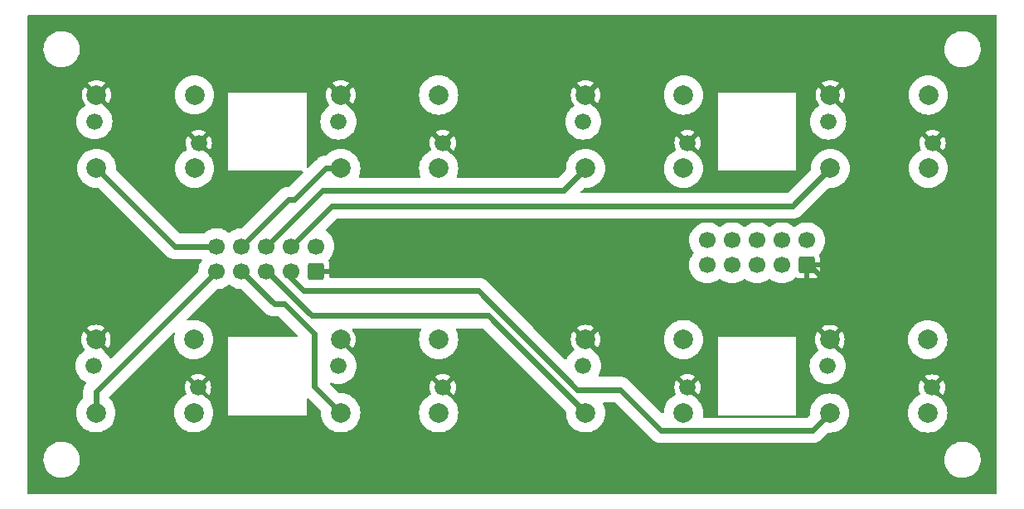
<source format=gbl>
%TF.GenerationSoftware,KiCad,Pcbnew,(7.0.0)*%
%TF.CreationDate,2023-05-19T00:04:05+02:00*%
%TF.ProjectId,BP,42502e6b-6963-4616-945f-706362585858,rev?*%
%TF.SameCoordinates,Original*%
%TF.FileFunction,Copper,L2,Bot*%
%TF.FilePolarity,Positive*%
%FSLAX46Y46*%
G04 Gerber Fmt 4.6, Leading zero omitted, Abs format (unit mm)*
G04 Created by KiCad (PCBNEW (7.0.0)) date 2023-05-19 00:04:05*
%MOMM*%
%LPD*%
G01*
G04 APERTURE LIST*
G04 Aperture macros list*
%AMRoundRect*
0 Rectangle with rounded corners*
0 $1 Rounding radius*
0 $2 $3 $4 $5 $6 $7 $8 $9 X,Y pos of 4 corners*
0 Add a 4 corners polygon primitive as box body*
4,1,4,$2,$3,$4,$5,$6,$7,$8,$9,$2,$3,0*
0 Add four circle primitives for the rounded corners*
1,1,$1+$1,$2,$3*
1,1,$1+$1,$4,$5*
1,1,$1+$1,$6,$7*
1,1,$1+$1,$8,$9*
0 Add four rect primitives between the rounded corners*
20,1,$1+$1,$2,$3,$4,$5,0*
20,1,$1+$1,$4,$5,$6,$7,0*
20,1,$1+$1,$6,$7,$8,$9,0*
20,1,$1+$1,$8,$9,$2,$3,0*%
G04 Aperture macros list end*
%TA.AperFunction,WasherPad*%
%ADD10C,2.000000*%
%TD*%
%TA.AperFunction,ComponentPad*%
%ADD11C,2.000000*%
%TD*%
%TA.AperFunction,ComponentPad*%
%ADD12C,1.676400*%
%TD*%
%TA.AperFunction,ComponentPad*%
%ADD13RoundRect,0.250000X0.600000X-0.600000X0.600000X0.600000X-0.600000X0.600000X-0.600000X-0.600000X0*%
%TD*%
%TA.AperFunction,ComponentPad*%
%ADD14C,1.700000*%
%TD*%
%TA.AperFunction,Conductor*%
%ADD15C,0.600000*%
%TD*%
G04 APERTURE END LIST*
D10*
%TO.P,SW3,*%
%TO.N,*%
X104500000Y-196700000D03*
X104500000Y-204200000D03*
D11*
%TO.P,SW3,1,1*%
%TO.N,GND*%
X94500000Y-196700000D03*
%TO.P,SW3,2,2*%
%TO.N,Net-(J1-D2)*%
X94500000Y-204200000D03*
%TD*%
D10*
%TO.P,SW5,*%
%TO.N,*%
X129500000Y-196700000D03*
X129500000Y-204200000D03*
D11*
%TO.P,SW5,1,1*%
%TO.N,GND*%
X119500000Y-196700000D03*
%TO.P,SW5,2,2*%
%TO.N,Net-(J1-D4)*%
X119500000Y-204200000D03*
%TD*%
D10*
%TO.P,SW7,*%
%TO.N,*%
X154500000Y-196700000D03*
X154500000Y-204200000D03*
D11*
%TO.P,SW7,1,1*%
%TO.N,GND*%
X144500000Y-196700000D03*
%TO.P,SW7,2,2*%
%TO.N,Net-(J1-D6)*%
X144500000Y-204200000D03*
%TD*%
D10*
%TO.P,SW2,*%
%TO.N,*%
X79500000Y-221700100D03*
X79500000Y-229200100D03*
D11*
%TO.P,SW2,1,1*%
%TO.N,GND*%
X69500000Y-221700100D03*
%TO.P,SW2,2,2*%
%TO.N,Net-(J1-D1)*%
X69500000Y-229200100D03*
%TD*%
D10*
%TO.P,SW6,*%
%TO.N,*%
X129500000Y-221700000D03*
X129500000Y-229200000D03*
D11*
%TO.P,SW6,1,1*%
%TO.N,GND*%
X119500000Y-221700000D03*
%TO.P,SW6,2,2*%
%TO.N,Net-(J1-D5)*%
X119500000Y-229200000D03*
%TD*%
D10*
%TO.P,SW8,*%
%TO.N,*%
X154437000Y-221718700D03*
X154437000Y-229218700D03*
D11*
%TO.P,SW8,1,1*%
%TO.N,GND*%
X144437000Y-221718700D03*
%TO.P,SW8,2,2*%
%TO.N,Net-(J1-D7)*%
X144437000Y-229218700D03*
%TD*%
D10*
%TO.P,SW1,*%
%TO.N,*%
X79571000Y-196681300D03*
X79571000Y-204181300D03*
D11*
%TO.P,SW1,1,1*%
%TO.N,GND*%
X69571000Y-196681300D03*
%TO.P,SW1,2,2*%
%TO.N,Net-(J1-D0)*%
X69571000Y-204181300D03*
%TD*%
D12*
%TO.P,D3,1,A*%
%TO.N,Net-(D3-A)*%
X94271200Y-199400000D03*
%TO.P,D3,2,K*%
%TO.N,GND*%
X104921200Y-201600000D03*
%TD*%
%TO.P,D5,1,A*%
%TO.N,Net-(D5-A)*%
X119271200Y-199400000D03*
%TO.P,D5,2,K*%
%TO.N,GND*%
X129921200Y-201600000D03*
%TD*%
%TO.P,D7,1,A*%
%TO.N,Net-(D7-A)*%
X144271200Y-199400000D03*
%TO.P,D7,2,K*%
%TO.N,GND*%
X154921200Y-201600000D03*
%TD*%
%TO.P,D2,1,A*%
%TO.N,Net-(D2-A)*%
X69271200Y-224400100D03*
%TO.P,D2,2,K*%
%TO.N,GND*%
X79921200Y-226600100D03*
%TD*%
%TO.P,D6,1,A*%
%TO.N,Net-(D6-A)*%
X119271200Y-224400000D03*
%TO.P,D6,2,K*%
%TO.N,GND*%
X129921200Y-226600000D03*
%TD*%
%TO.P,D8,1,A*%
%TO.N,Net-(D8-A)*%
X144224200Y-224418700D03*
%TO.P,D8,2,K*%
%TO.N,GND*%
X154874200Y-226618700D03*
%TD*%
%TO.P,D1,1,A*%
%TO.N,Net-(D1-A)*%
X69342200Y-199381300D03*
%TO.P,D1,2,K*%
%TO.N,GND*%
X79992200Y-201581300D03*
%TD*%
%TO.P,D4,1,A*%
%TO.N,Net-(D4-A)*%
X94271200Y-224400000D03*
%TO.P,D4,2,K*%
%TO.N,GND*%
X104921200Y-226600000D03*
%TD*%
D10*
%TO.P,SW4,*%
%TO.N,*%
X104500000Y-221700000D03*
X104500000Y-229200000D03*
D11*
%TO.P,SW4,1,1*%
%TO.N,GND*%
X94500000Y-221700000D03*
%TO.P,SW4,2,2*%
%TO.N,Net-(J1-D3)*%
X94500000Y-229200000D03*
%TD*%
D13*
%TO.P,J2,1,vss*%
%TO.N,GND*%
X142100000Y-214100000D03*
D14*
%TO.P,J2,2,vd*%
%TO.N,unconnected-(J2-vd-Pad2)*%
X142100000Y-211560000D03*
%TO.P,J2,3,D7*%
%TO.N,Net-(D8-A)*%
X139560000Y-214100000D03*
%TO.P,J2,4,D6*%
%TO.N,Net-(D7-A)*%
X139560000Y-211560000D03*
%TO.P,J2,5,D5*%
%TO.N,Net-(D6-A)*%
X137020000Y-214100000D03*
%TO.P,J2,6,D4*%
%TO.N,Net-(D5-A)*%
X137020000Y-211560000D03*
%TO.P,J2,7,D3*%
%TO.N,Net-(D4-A)*%
X134480000Y-214100000D03*
%TO.P,J2,8,D2*%
%TO.N,Net-(D3-A)*%
X134480000Y-211560000D03*
%TO.P,J2,9,D1*%
%TO.N,Net-(D2-A)*%
X131940000Y-214100000D03*
%TO.P,J2,10,D0*%
%TO.N,Net-(D1-A)*%
X131940000Y-211560000D03*
%TD*%
D13*
%TO.P,J1,1,vss*%
%TO.N,GND*%
X92000000Y-214700000D03*
D14*
%TO.P,J1,2,vd*%
%TO.N,unconnected-(J1-vd-Pad2)*%
X92000000Y-212160000D03*
%TO.P,J1,3,D7*%
%TO.N,Net-(J1-D7)*%
X89460000Y-214700000D03*
%TO.P,J1,4,D6*%
%TO.N,Net-(J1-D6)*%
X89460000Y-212160000D03*
%TO.P,J1,5,D5*%
%TO.N,Net-(J1-D5)*%
X86920000Y-214700000D03*
%TO.P,J1,6,D4*%
%TO.N,Net-(J1-D4)*%
X86920000Y-212160000D03*
%TO.P,J1,7,D3*%
%TO.N,Net-(J1-D3)*%
X84380000Y-214700000D03*
%TO.P,J1,8,D2*%
%TO.N,Net-(J1-D2)*%
X84380000Y-212160000D03*
%TO.P,J1,9,D1*%
%TO.N,Net-(J1-D1)*%
X81840000Y-214700000D03*
%TO.P,J1,10,D0*%
%TO.N,Net-(J1-D0)*%
X81840000Y-212160000D03*
%TD*%
D15*
%TO.N,GND*%
X154874200Y-226618700D02*
X142355500Y-214100000D01*
X142355500Y-214100000D02*
X142100000Y-214100000D01*
%TO.N,Net-(J1-D7)*%
X89460000Y-215412600D02*
X90738600Y-216691200D01*
X90738600Y-216691200D02*
X108547100Y-216691200D01*
X123038100Y-226811500D02*
X127230100Y-231003500D01*
X127230100Y-231003500D02*
X142652200Y-231003500D01*
X108547100Y-216691200D02*
X118667400Y-226811500D01*
X89460000Y-214700000D02*
X89460000Y-215412600D01*
X142652200Y-231003500D02*
X144437000Y-229218700D01*
X118667400Y-226811500D02*
X123038100Y-226811500D01*
%TO.N,Net-(J1-D6)*%
X89460000Y-212160000D02*
X93608100Y-208011900D01*
X140688100Y-208011900D02*
X144500000Y-204200000D01*
X93608100Y-208011900D02*
X140688100Y-208011900D01*
%TO.N,Net-(J1-D5)*%
X86920000Y-214700000D02*
X86954000Y-214700000D01*
X91518500Y-219264500D02*
X109564500Y-219264500D01*
X109564500Y-219264500D02*
X119500000Y-229200000D01*
X86954000Y-214700000D02*
X91518500Y-219264500D01*
%TO.N,Net-(J1-D4)*%
X86920000Y-212160000D02*
X92624100Y-206455900D01*
X117244100Y-206455900D02*
X119500000Y-204200000D01*
X92624100Y-206455900D02*
X117244100Y-206455900D01*
%TO.N,Net-(J1-D3)*%
X87717600Y-218037600D02*
X88735700Y-218037600D01*
X88735700Y-218037600D02*
X91800200Y-221102100D01*
X91800200Y-221102100D02*
X91800200Y-226500200D01*
X91800200Y-226500200D02*
X94500000Y-229200000D01*
X84380000Y-214700000D02*
X87717600Y-218037600D01*
%TO.N,Net-(J1-D2)*%
X92944200Y-204200000D02*
X89756300Y-207387900D01*
X89756300Y-207387900D02*
X89152100Y-207387900D01*
X94500000Y-204200000D02*
X92944200Y-204200000D01*
X89152100Y-207387900D02*
X84380000Y-212160000D01*
%TO.N,Net-(J1-D1)*%
X81840000Y-214700000D02*
X69500000Y-227040000D01*
X69500000Y-227040000D02*
X69500000Y-229200100D01*
%TO.N,Net-(J1-D0)*%
X81840000Y-212160000D02*
X77549700Y-212160000D01*
X77549700Y-212160000D02*
X69571000Y-204181300D01*
%TD*%
%TA.AperFunction,Conductor*%
%TO.N,GND*%
G36*
X161437000Y-188516881D02*
G01*
X161483119Y-188563000D01*
X161500000Y-188626000D01*
X161500000Y-237374000D01*
X161483119Y-237437000D01*
X161437000Y-237483119D01*
X161374000Y-237500000D01*
X62626000Y-237500000D01*
X62563000Y-237483119D01*
X62516881Y-237437000D01*
X62500000Y-237374000D01*
X62500000Y-234067765D01*
X64145788Y-234067765D01*
X64146290Y-234072332D01*
X64146291Y-234072344D01*
X64174910Y-234332444D01*
X64174911Y-234332453D01*
X64175414Y-234337018D01*
X64243928Y-234599088D01*
X64245725Y-234603318D01*
X64245728Y-234603325D01*
X64295866Y-234721308D01*
X64349870Y-234848390D01*
X64490982Y-235079610D01*
X64664255Y-235287820D01*
X64759177Y-235372870D01*
X64862561Y-235465503D01*
X64862565Y-235465506D01*
X64865998Y-235468582D01*
X65091910Y-235618044D01*
X65337176Y-235733020D01*
X65596569Y-235811060D01*
X65864561Y-235850500D01*
X66065330Y-235850500D01*
X66067631Y-235850500D01*
X66270156Y-235835677D01*
X66534553Y-235776780D01*
X66787558Y-235680014D01*
X67023777Y-235547441D01*
X67238177Y-235381888D01*
X67426186Y-235186881D01*
X67583799Y-234966579D01*
X67707656Y-234725675D01*
X67795118Y-234469305D01*
X67844319Y-234202933D01*
X67849259Y-234067765D01*
X156145788Y-234067765D01*
X156146290Y-234072332D01*
X156146291Y-234072344D01*
X156174910Y-234332444D01*
X156174911Y-234332453D01*
X156175414Y-234337018D01*
X156243928Y-234599088D01*
X156245725Y-234603318D01*
X156245728Y-234603325D01*
X156295866Y-234721308D01*
X156349870Y-234848390D01*
X156490982Y-235079610D01*
X156664255Y-235287820D01*
X156759177Y-235372870D01*
X156862561Y-235465503D01*
X156862565Y-235465506D01*
X156865998Y-235468582D01*
X157091910Y-235618044D01*
X157337176Y-235733020D01*
X157596569Y-235811060D01*
X157864561Y-235850500D01*
X158065330Y-235850500D01*
X158067631Y-235850500D01*
X158270156Y-235835677D01*
X158534553Y-235776780D01*
X158787558Y-235680014D01*
X159023777Y-235547441D01*
X159238177Y-235381888D01*
X159426186Y-235186881D01*
X159583799Y-234966579D01*
X159707656Y-234725675D01*
X159795118Y-234469305D01*
X159844319Y-234202933D01*
X159854212Y-233932235D01*
X159824586Y-233662982D01*
X159756072Y-233400912D01*
X159650130Y-233151610D01*
X159509018Y-232920390D01*
X159335745Y-232712180D01*
X159260137Y-232644435D01*
X159137438Y-232534496D01*
X159137432Y-232534491D01*
X159134002Y-232531418D01*
X158908090Y-232381956D01*
X158662824Y-232266980D01*
X158648276Y-232262603D01*
X158407843Y-232190267D01*
X158407838Y-232190265D01*
X158403431Y-232188940D01*
X158398874Y-232188269D01*
X158398868Y-232188268D01*
X158140000Y-232150171D01*
X158139996Y-232150170D01*
X158135439Y-232149500D01*
X157932369Y-232149500D01*
X157930098Y-232149666D01*
X157930076Y-232149667D01*
X157734438Y-232163986D01*
X157734427Y-232163987D01*
X157729844Y-232164323D01*
X157725353Y-232165323D01*
X157725349Y-232165324D01*
X157469939Y-232222219D01*
X157469934Y-232222220D01*
X157465447Y-232223220D01*
X157461149Y-232224863D01*
X157461145Y-232224865D01*
X157216746Y-232318339D01*
X157216735Y-232318343D01*
X157212442Y-232319986D01*
X157208434Y-232322235D01*
X157208422Y-232322241D01*
X156980232Y-232450308D01*
X156980221Y-232450314D01*
X156976223Y-232452559D01*
X156972589Y-232455364D01*
X156972586Y-232455367D01*
X156765466Y-232615298D01*
X156765458Y-232615305D01*
X156761823Y-232618112D01*
X156758632Y-232621421D01*
X156758625Y-232621428D01*
X156577011Y-232809802D01*
X156577004Y-232809809D01*
X156573814Y-232813119D01*
X156571136Y-232816861D01*
X156571131Y-232816868D01*
X156418885Y-233029668D01*
X156418878Y-233029677D01*
X156416201Y-233033421D01*
X156414097Y-233037512D01*
X156414091Y-233037523D01*
X156294453Y-233270222D01*
X156292344Y-233274325D01*
X156290856Y-233278684D01*
X156290854Y-233278691D01*
X156206371Y-233526327D01*
X156206367Y-233526341D01*
X156204882Y-233530695D01*
X156204044Y-233535228D01*
X156204044Y-233535231D01*
X156156517Y-233792537D01*
X156156515Y-233792546D01*
X156155681Y-233797067D01*
X156155513Y-233801656D01*
X156155512Y-233801668D01*
X156145956Y-234063161D01*
X156145788Y-234067765D01*
X67849259Y-234067765D01*
X67854212Y-233932235D01*
X67824586Y-233662982D01*
X67756072Y-233400912D01*
X67650130Y-233151610D01*
X67509018Y-232920390D01*
X67335745Y-232712180D01*
X67260137Y-232644435D01*
X67137438Y-232534496D01*
X67137432Y-232534491D01*
X67134002Y-232531418D01*
X66908090Y-232381956D01*
X66662824Y-232266980D01*
X66648276Y-232262603D01*
X66407843Y-232190267D01*
X66407838Y-232190265D01*
X66403431Y-232188940D01*
X66398874Y-232188269D01*
X66398868Y-232188268D01*
X66140000Y-232150171D01*
X66139996Y-232150170D01*
X66135439Y-232149500D01*
X65932369Y-232149500D01*
X65930098Y-232149666D01*
X65930076Y-232149667D01*
X65734438Y-232163986D01*
X65734427Y-232163987D01*
X65729844Y-232164323D01*
X65725353Y-232165323D01*
X65725349Y-232165324D01*
X65469939Y-232222219D01*
X65469934Y-232222220D01*
X65465447Y-232223220D01*
X65461149Y-232224863D01*
X65461145Y-232224865D01*
X65216746Y-232318339D01*
X65216735Y-232318343D01*
X65212442Y-232319986D01*
X65208434Y-232322235D01*
X65208422Y-232322241D01*
X64980232Y-232450308D01*
X64980221Y-232450314D01*
X64976223Y-232452559D01*
X64972589Y-232455364D01*
X64972586Y-232455367D01*
X64765466Y-232615298D01*
X64765458Y-232615305D01*
X64761823Y-232618112D01*
X64758632Y-232621421D01*
X64758625Y-232621428D01*
X64577011Y-232809802D01*
X64577004Y-232809809D01*
X64573814Y-232813119D01*
X64571136Y-232816861D01*
X64571131Y-232816868D01*
X64418885Y-233029668D01*
X64418878Y-233029677D01*
X64416201Y-233033421D01*
X64414097Y-233037512D01*
X64414091Y-233037523D01*
X64294453Y-233270222D01*
X64292344Y-233274325D01*
X64290856Y-233278684D01*
X64290854Y-233278691D01*
X64206371Y-233526327D01*
X64206367Y-233526341D01*
X64204882Y-233530695D01*
X64204044Y-233535228D01*
X64204044Y-233535231D01*
X64156517Y-233792537D01*
X64156515Y-233792546D01*
X64155681Y-233797067D01*
X64155513Y-233801656D01*
X64155512Y-233801668D01*
X64145956Y-234063161D01*
X64145788Y-234067765D01*
X62500000Y-234067765D01*
X62500000Y-224400100D01*
X67427803Y-224400100D01*
X67428124Y-224404588D01*
X67446244Y-224657954D01*
X67446245Y-224657967D01*
X67446566Y-224662443D01*
X67502474Y-224919445D01*
X67504042Y-224923649D01*
X67504045Y-224923659D01*
X67592779Y-225161563D01*
X67594387Y-225165875D01*
X67596541Y-225169820D01*
X67596543Y-225169824D01*
X67639852Y-225249137D01*
X67720436Y-225396716D01*
X67878054Y-225607268D01*
X68064032Y-225793246D01*
X68274584Y-225950864D01*
X68440648Y-226041542D01*
X68490202Y-226090574D01*
X68506100Y-226158454D01*
X68483472Y-226224397D01*
X68470411Y-226243050D01*
X68463721Y-226251768D01*
X68434161Y-226286996D01*
X68434154Y-226287005D01*
X68430623Y-226291214D01*
X68427877Y-226295968D01*
X68427872Y-226295977D01*
X68404866Y-226335824D01*
X68398963Y-226345088D01*
X68372589Y-226382755D01*
X68372581Y-226382767D01*
X68369432Y-226387266D01*
X68367108Y-226392248D01*
X68367106Y-226392253D01*
X68347671Y-226433929D01*
X68342599Y-226443673D01*
X68319596Y-226483516D01*
X68319590Y-226483527D01*
X68316844Y-226488285D01*
X68314964Y-226493447D01*
X68314962Y-226493454D01*
X68299231Y-226536675D01*
X68295026Y-226546827D01*
X68275585Y-226588518D01*
X68275581Y-226588527D01*
X68273261Y-226593504D01*
X68271840Y-226598804D01*
X68271834Y-226598823D01*
X68259930Y-226643250D01*
X68256626Y-226653729D01*
X68240897Y-226696944D01*
X68240891Y-226696963D01*
X68239015Y-226702120D01*
X68238061Y-226707527D01*
X68238057Y-226707544D01*
X68230070Y-226752840D01*
X68227692Y-226763567D01*
X68215788Y-226807993D01*
X68215785Y-226808005D01*
X68214365Y-226813308D01*
X68213886Y-226818778D01*
X68213885Y-226818786D01*
X68209876Y-226864602D01*
X68208442Y-226875492D01*
X68200455Y-226920793D01*
X68200453Y-226920804D01*
X68199499Y-226926221D01*
X68199499Y-227153779D01*
X68199499Y-227153783D01*
X68199500Y-227153791D01*
X68199500Y-227619276D01*
X68189909Y-227667494D01*
X68162595Y-227708371D01*
X67987446Y-227883519D01*
X67987439Y-227883526D01*
X67984261Y-227886705D01*
X67981569Y-227890300D01*
X67981563Y-227890308D01*
X67815473Y-228112178D01*
X67815465Y-228112188D01*
X67812774Y-228115785D01*
X67810618Y-228119732D01*
X67810615Y-228119738D01*
X67747267Y-228235751D01*
X67675633Y-228366939D01*
X67674065Y-228371142D01*
X67674064Y-228371145D01*
X67577200Y-228630846D01*
X67577198Y-228630852D01*
X67575631Y-228635054D01*
X67574677Y-228639436D01*
X67574676Y-228639442D01*
X67515759Y-228910278D01*
X67515757Y-228910289D01*
X67514804Y-228914672D01*
X67514483Y-228919157D01*
X67514483Y-228919159D01*
X67505193Y-229049056D01*
X67494390Y-229200100D01*
X67514804Y-229485528D01*
X67515757Y-229489912D01*
X67515759Y-229489921D01*
X67562112Y-229703000D01*
X67575631Y-229765146D01*
X67577199Y-229769351D01*
X67577200Y-229769353D01*
X67625631Y-229899203D01*
X67675633Y-230033261D01*
X67812774Y-230284415D01*
X67815470Y-230288017D01*
X67815473Y-230288021D01*
X67829397Y-230306621D01*
X67984261Y-230513495D01*
X68186605Y-230715839D01*
X68303016Y-230802983D01*
X68411944Y-230884526D01*
X68415685Y-230887326D01*
X68666839Y-231024467D01*
X68934954Y-231124469D01*
X69214572Y-231185296D01*
X69500000Y-231205710D01*
X69785428Y-231185296D01*
X70065046Y-231124469D01*
X70333161Y-231024467D01*
X70584315Y-230887326D01*
X70813395Y-230715839D01*
X71015739Y-230513495D01*
X71187226Y-230284415D01*
X71324367Y-230033261D01*
X71424369Y-229765146D01*
X71485196Y-229485528D01*
X71505610Y-229200100D01*
X77494390Y-229200100D01*
X77514804Y-229485528D01*
X77515757Y-229489912D01*
X77515759Y-229489921D01*
X77562112Y-229703000D01*
X77575631Y-229765146D01*
X77577199Y-229769351D01*
X77577200Y-229769353D01*
X77625631Y-229899203D01*
X77675633Y-230033261D01*
X77812774Y-230284415D01*
X77815470Y-230288017D01*
X77815473Y-230288021D01*
X77829397Y-230306621D01*
X77984261Y-230513495D01*
X78186605Y-230715839D01*
X78303016Y-230802983D01*
X78411944Y-230884526D01*
X78415685Y-230887326D01*
X78666839Y-231024467D01*
X78934954Y-231124469D01*
X79214572Y-231185296D01*
X79500000Y-231205710D01*
X79785428Y-231185296D01*
X80065046Y-231124469D01*
X80333161Y-231024467D01*
X80584315Y-230887326D01*
X80813395Y-230715839D01*
X81015739Y-230513495D01*
X81187226Y-230284415D01*
X81324367Y-230033261D01*
X81424369Y-229765146D01*
X81485196Y-229485528D01*
X81505610Y-229200100D01*
X81485196Y-228914672D01*
X81424369Y-228635054D01*
X81324367Y-228366939D01*
X81187226Y-228115785D01*
X81015739Y-227886705D01*
X80813395Y-227684361D01*
X80790863Y-227667494D01*
X80587921Y-227515573D01*
X80587917Y-227515570D01*
X80584315Y-227512874D01*
X80358888Y-227389781D01*
X80330178Y-227368289D01*
X79921200Y-226959310D01*
X79921199Y-226959309D01*
X79561989Y-226600099D01*
X80285367Y-226600099D01*
X80292140Y-226611830D01*
X81025970Y-227345659D01*
X81035400Y-227351666D01*
X81043642Y-227344114D01*
X81088340Y-227280279D01*
X81093822Y-227270783D01*
X81188722Y-227067268D01*
X81192468Y-227056976D01*
X81250587Y-226840072D01*
X81252491Y-226829277D01*
X81272063Y-226605575D01*
X81272063Y-226594625D01*
X81252491Y-226370922D01*
X81250587Y-226360127D01*
X81192468Y-226143223D01*
X81188722Y-226132931D01*
X81093819Y-225929409D01*
X81088342Y-225919923D01*
X81043643Y-225856086D01*
X81035400Y-225848532D01*
X81025968Y-225854541D01*
X80292139Y-226588370D01*
X80285367Y-226600099D01*
X79561989Y-226600099D01*
X78816430Y-225854541D01*
X78806998Y-225848532D01*
X78798756Y-225856085D01*
X78754058Y-225919922D01*
X78748579Y-225929412D01*
X78653677Y-226132931D01*
X78649931Y-226143223D01*
X78591812Y-226360127D01*
X78589908Y-226370922D01*
X78570337Y-226594625D01*
X78570337Y-226605575D01*
X78589908Y-226829277D01*
X78591812Y-226840072D01*
X78649931Y-227056976D01*
X78653679Y-227067273D01*
X78721035Y-227211720D01*
X78732333Y-227276259D01*
X78709697Y-227337746D01*
X78665909Y-227374031D01*
X78666839Y-227375733D01*
X78419638Y-227510715D01*
X78419632Y-227510718D01*
X78415685Y-227512874D01*
X78412088Y-227515565D01*
X78412078Y-227515573D01*
X78190208Y-227681663D01*
X78190200Y-227681669D01*
X78186605Y-227684361D01*
X78183426Y-227687539D01*
X78183419Y-227687546D01*
X77987446Y-227883519D01*
X77987439Y-227883526D01*
X77984261Y-227886705D01*
X77981569Y-227890300D01*
X77981563Y-227890308D01*
X77815473Y-228112178D01*
X77815465Y-228112188D01*
X77812774Y-228115785D01*
X77810618Y-228119732D01*
X77810615Y-228119738D01*
X77747267Y-228235751D01*
X77675633Y-228366939D01*
X77674065Y-228371142D01*
X77674064Y-228371145D01*
X77577200Y-228630846D01*
X77577198Y-228630852D01*
X77575631Y-228635054D01*
X77574677Y-228639436D01*
X77574676Y-228639442D01*
X77515759Y-228910278D01*
X77515757Y-228910289D01*
X77514804Y-228914672D01*
X77514483Y-228919157D01*
X77514483Y-228919159D01*
X77505193Y-229049056D01*
X77494390Y-229200100D01*
X71505610Y-229200100D01*
X71485196Y-228914672D01*
X71424369Y-228635054D01*
X71324367Y-228366939D01*
X71187226Y-228115785D01*
X71015739Y-227886705D01*
X70843204Y-227714170D01*
X70810592Y-227657686D01*
X70810592Y-227592464D01*
X70843202Y-227535982D01*
X72893286Y-225485898D01*
X79169632Y-225485898D01*
X79175641Y-225495330D01*
X79909470Y-226229159D01*
X79921199Y-226235931D01*
X79932930Y-226229158D01*
X80666760Y-225495327D01*
X80672767Y-225485898D01*
X80665215Y-225477657D01*
X80601376Y-225432957D01*
X80591886Y-225427478D01*
X80388368Y-225332577D01*
X80378076Y-225328831D01*
X80161172Y-225270712D01*
X80150377Y-225268808D01*
X79926675Y-225249237D01*
X79915725Y-225249237D01*
X79692022Y-225268808D01*
X79681227Y-225270712D01*
X79464323Y-225328831D01*
X79454031Y-225332577D01*
X79250512Y-225427479D01*
X79241022Y-225432958D01*
X79177185Y-225477656D01*
X79169632Y-225485898D01*
X72893286Y-225485898D01*
X77364833Y-221014350D01*
X77421892Y-220981587D01*
X77487690Y-220982055D01*
X77544280Y-221015628D01*
X77576229Y-221073150D01*
X77574911Y-221134897D01*
X77575631Y-221135053D01*
X77575631Y-221135054D01*
X77574678Y-221139433D01*
X77574677Y-221139438D01*
X77515759Y-221410278D01*
X77515757Y-221410289D01*
X77514804Y-221414672D01*
X77514483Y-221419157D01*
X77514483Y-221419159D01*
X77511658Y-221458654D01*
X77494390Y-221700100D01*
X77514804Y-221985528D01*
X77515757Y-221989912D01*
X77515759Y-221989921D01*
X77557397Y-222181326D01*
X77575631Y-222265146D01*
X77577199Y-222269351D01*
X77577200Y-222269353D01*
X77625632Y-222399203D01*
X77675633Y-222533261D01*
X77812774Y-222784415D01*
X77815470Y-222788017D01*
X77815473Y-222788021D01*
X77977270Y-223004156D01*
X77984261Y-223013495D01*
X78186605Y-223215839D01*
X78303016Y-223302983D01*
X78411944Y-223384526D01*
X78415685Y-223387326D01*
X78666839Y-223524467D01*
X78934954Y-223624469D01*
X79214572Y-223685296D01*
X79500000Y-223705710D01*
X79785428Y-223685296D01*
X80065046Y-223624469D01*
X80333161Y-223524467D01*
X80584315Y-223387326D01*
X80813395Y-223215839D01*
X81015739Y-223013495D01*
X81187226Y-222784415D01*
X81324367Y-222533261D01*
X81424369Y-222265146D01*
X81485196Y-221985528D01*
X81505610Y-221700100D01*
X81485196Y-221414672D01*
X81424369Y-221135054D01*
X81324367Y-220866939D01*
X81187226Y-220615785D01*
X81015739Y-220386705D01*
X80813395Y-220184361D01*
X80780706Y-220159890D01*
X80587921Y-220015573D01*
X80587917Y-220015570D01*
X80584315Y-220012874D01*
X80333161Y-219875733D01*
X80119121Y-219795900D01*
X80069253Y-219777300D01*
X80069251Y-219777299D01*
X80065046Y-219775731D01*
X80060660Y-219774776D01*
X80060657Y-219774776D01*
X79789821Y-219715859D01*
X79789812Y-219715857D01*
X79785428Y-219714904D01*
X79500000Y-219694490D01*
X79495512Y-219694811D01*
X79219059Y-219714583D01*
X79219057Y-219714583D01*
X79214572Y-219714904D01*
X79210189Y-219715857D01*
X79210178Y-219715859D01*
X78939338Y-219774777D01*
X78939333Y-219774778D01*
X78938640Y-219774928D01*
X78938640Y-219774929D01*
X78934954Y-219775731D01*
X78934797Y-219775011D01*
X78873050Y-219776329D01*
X78815528Y-219744380D01*
X78781955Y-219687790D01*
X78781487Y-219621992D01*
X78814250Y-219564932D01*
X81789491Y-216589691D01*
X81826241Y-216564175D01*
X81869592Y-216553110D01*
X82104026Y-216536343D01*
X82362678Y-216480077D01*
X82610689Y-216387574D01*
X82843011Y-216260716D01*
X83034491Y-216117375D01*
X83083217Y-216095123D01*
X83136783Y-216095123D01*
X83185508Y-216117375D01*
X83376989Y-216260716D01*
X83609311Y-216387574D01*
X83857322Y-216480077D01*
X84115974Y-216536343D01*
X84350403Y-216553110D01*
X84393756Y-216564175D01*
X84430508Y-216589693D01*
X86717550Y-218876735D01*
X86717553Y-218876739D01*
X86878461Y-219037647D01*
X86882970Y-219040804D01*
X86882971Y-219040805D01*
X86920646Y-219067186D01*
X86929367Y-219073877D01*
X86968814Y-219106977D01*
X86973580Y-219109728D01*
X86973582Y-219109730D01*
X87013415Y-219132727D01*
X87022685Y-219138632D01*
X87064866Y-219168168D01*
X87111525Y-219189925D01*
X87121275Y-219195001D01*
X87161119Y-219218005D01*
X87161125Y-219218007D01*
X87165885Y-219220756D01*
X87171050Y-219222636D01*
X87171057Y-219222639D01*
X87214273Y-219238367D01*
X87224434Y-219242575D01*
X87271104Y-219264339D01*
X87276415Y-219265762D01*
X87320847Y-219277667D01*
X87331323Y-219280969D01*
X87379720Y-219298585D01*
X87385132Y-219299539D01*
X87385135Y-219299540D01*
X87407785Y-219303533D01*
X87430441Y-219307528D01*
X87441149Y-219309901D01*
X87490908Y-219323235D01*
X87542213Y-219327723D01*
X87553104Y-219329158D01*
X87567173Y-219331638D01*
X87603821Y-219338101D01*
X87831367Y-219338101D01*
X87831379Y-219338101D01*
X87831383Y-219338100D01*
X87831391Y-219338100D01*
X88144825Y-219338100D01*
X88193043Y-219347691D01*
X88233920Y-219375005D01*
X89249223Y-220390308D01*
X90093821Y-221234905D01*
X90124559Y-221285064D01*
X90129175Y-221343711D01*
X90106662Y-221398061D01*
X90061929Y-221436267D01*
X90004726Y-221450000D01*
X83000000Y-221450000D01*
X83000000Y-229450000D01*
X90983410Y-229450000D01*
X91000000Y-229450000D01*
X91000000Y-227843375D01*
X91013733Y-227786172D01*
X91051939Y-227741439D01*
X91106289Y-227718926D01*
X91164936Y-227723542D01*
X91215095Y-227754280D01*
X92464809Y-229003994D01*
X92493770Y-229049056D01*
X92501393Y-229102077D01*
X92494711Y-229195511D01*
X92494390Y-229200000D01*
X92514804Y-229485428D01*
X92515757Y-229489812D01*
X92515759Y-229489821D01*
X92574676Y-229760657D01*
X92575631Y-229765046D01*
X92675633Y-230033161D01*
X92812774Y-230284315D01*
X92815470Y-230287917D01*
X92815473Y-230287921D01*
X92829472Y-230306621D01*
X92984261Y-230513395D01*
X93186605Y-230715739D01*
X93415685Y-230887226D01*
X93666839Y-231024367D01*
X93934954Y-231124369D01*
X94214572Y-231185196D01*
X94500000Y-231205610D01*
X94785428Y-231185196D01*
X95065046Y-231124369D01*
X95333161Y-231024367D01*
X95584315Y-230887226D01*
X95813395Y-230715739D01*
X96015739Y-230513395D01*
X96187226Y-230284315D01*
X96324367Y-230033161D01*
X96424369Y-229765046D01*
X96485196Y-229485428D01*
X96505610Y-229200000D01*
X102494390Y-229200000D01*
X102514804Y-229485428D01*
X102515757Y-229489812D01*
X102515759Y-229489821D01*
X102574676Y-229760657D01*
X102575631Y-229765046D01*
X102675633Y-230033161D01*
X102812774Y-230284315D01*
X102815470Y-230287917D01*
X102815473Y-230287921D01*
X102829472Y-230306621D01*
X102984261Y-230513395D01*
X103186605Y-230715739D01*
X103415685Y-230887226D01*
X103666839Y-231024367D01*
X103934954Y-231124369D01*
X104214572Y-231185196D01*
X104500000Y-231205610D01*
X104785428Y-231185196D01*
X105065046Y-231124369D01*
X105333161Y-231024367D01*
X105584315Y-230887226D01*
X105813395Y-230715739D01*
X106015739Y-230513395D01*
X106187226Y-230284315D01*
X106324367Y-230033161D01*
X106424369Y-229765046D01*
X106485196Y-229485428D01*
X106505610Y-229200000D01*
X106485196Y-228914572D01*
X106424369Y-228634954D01*
X106324367Y-228366839D01*
X106187226Y-228115685D01*
X106184467Y-228112000D01*
X106032435Y-227908908D01*
X106015739Y-227886605D01*
X105813395Y-227684261D01*
X105726585Y-227619276D01*
X105587921Y-227515473D01*
X105587917Y-227515470D01*
X105584315Y-227512774D01*
X105358888Y-227389681D01*
X105330178Y-227368189D01*
X104921200Y-226959210D01*
X104921199Y-226959209D01*
X104561989Y-226599999D01*
X105285367Y-226599999D01*
X105292139Y-226611728D01*
X106025967Y-227345556D01*
X106035400Y-227351566D01*
X106043642Y-227344014D01*
X106088340Y-227280179D01*
X106093822Y-227270683D01*
X106188722Y-227067168D01*
X106192468Y-227056876D01*
X106250587Y-226839972D01*
X106252491Y-226829177D01*
X106272063Y-226605475D01*
X106272063Y-226594525D01*
X106252491Y-226370822D01*
X106250587Y-226360027D01*
X106192468Y-226143123D01*
X106188722Y-226132831D01*
X106093819Y-225929309D01*
X106088342Y-225919823D01*
X106043643Y-225855986D01*
X106035399Y-225848432D01*
X106025971Y-225854438D01*
X105292140Y-226588268D01*
X105285367Y-226599999D01*
X104561989Y-226599999D01*
X103816430Y-225854441D01*
X103806998Y-225848432D01*
X103798756Y-225855985D01*
X103754058Y-225919822D01*
X103748579Y-225929312D01*
X103653677Y-226132831D01*
X103649931Y-226143123D01*
X103591812Y-226360027D01*
X103589908Y-226370822D01*
X103570337Y-226594525D01*
X103570337Y-226605475D01*
X103589908Y-226829177D01*
X103591812Y-226839972D01*
X103649931Y-227056876D01*
X103653679Y-227067173D01*
X103721035Y-227211620D01*
X103732333Y-227276159D01*
X103709697Y-227337646D01*
X103665909Y-227373931D01*
X103666839Y-227375633D01*
X103419638Y-227510615D01*
X103419632Y-227510618D01*
X103415685Y-227512774D01*
X103412088Y-227515465D01*
X103412078Y-227515473D01*
X103190208Y-227681563D01*
X103190200Y-227681569D01*
X103186605Y-227684261D01*
X103183426Y-227687439D01*
X103183419Y-227687446D01*
X102987446Y-227883419D01*
X102987439Y-227883426D01*
X102984261Y-227886605D01*
X102981569Y-227890200D01*
X102981563Y-227890208D01*
X102815473Y-228112078D01*
X102815465Y-228112088D01*
X102812774Y-228115685D01*
X102810618Y-228119632D01*
X102810615Y-228119638D01*
X102713012Y-228298385D01*
X102675633Y-228366839D01*
X102674065Y-228371042D01*
X102674064Y-228371045D01*
X102577200Y-228630746D01*
X102577198Y-228630752D01*
X102575631Y-228634954D01*
X102574677Y-228639336D01*
X102574676Y-228639342D01*
X102515759Y-228910178D01*
X102515757Y-228910189D01*
X102514804Y-228914572D01*
X102514483Y-228919057D01*
X102514483Y-228919059D01*
X102498814Y-229138148D01*
X102494390Y-229200000D01*
X96505610Y-229200000D01*
X96485196Y-228914572D01*
X96424369Y-228634954D01*
X96324367Y-228366839D01*
X96187226Y-228115685D01*
X96184467Y-228112000D01*
X96032435Y-227908908D01*
X96015739Y-227886605D01*
X95813395Y-227684261D01*
X95726585Y-227619276D01*
X95587921Y-227515473D01*
X95587917Y-227515470D01*
X95584315Y-227512774D01*
X95333161Y-227375633D01*
X95112622Y-227293376D01*
X95069253Y-227277200D01*
X95069251Y-227277199D01*
X95065046Y-227275631D01*
X95060660Y-227274676D01*
X95060657Y-227274676D01*
X94789821Y-227215759D01*
X94789812Y-227215757D01*
X94785428Y-227214804D01*
X94740909Y-227211620D01*
X94504488Y-227194711D01*
X94500000Y-227194390D01*
X94495512Y-227194711D01*
X94495511Y-227194711D01*
X94402077Y-227201393D01*
X94349056Y-227193770D01*
X94303994Y-227164809D01*
X93453397Y-226314212D01*
X93420187Y-226255405D01*
X93422115Y-226187896D01*
X93458628Y-226131081D01*
X93519235Y-226101282D01*
X93586523Y-226107060D01*
X93650924Y-226131081D01*
X93724314Y-226158454D01*
X93751855Y-226168726D01*
X94008857Y-226224634D01*
X94271200Y-226243397D01*
X94533543Y-226224634D01*
X94790545Y-226168726D01*
X95036975Y-226076813D01*
X95267816Y-225950764D01*
X95478368Y-225793146D01*
X95664346Y-225607168D01*
X95755203Y-225485798D01*
X104169632Y-225485798D01*
X104175641Y-225495230D01*
X104909470Y-226229059D01*
X104921199Y-226235831D01*
X104932930Y-226229058D01*
X105666760Y-225495227D01*
X105672767Y-225485798D01*
X105665215Y-225477557D01*
X105601376Y-225432857D01*
X105591886Y-225427378D01*
X105388368Y-225332477D01*
X105378076Y-225328731D01*
X105161172Y-225270612D01*
X105150377Y-225268708D01*
X104926675Y-225249137D01*
X104915725Y-225249137D01*
X104692022Y-225268708D01*
X104681227Y-225270612D01*
X104464323Y-225328731D01*
X104454031Y-225332477D01*
X104250512Y-225427379D01*
X104241022Y-225432858D01*
X104177185Y-225477556D01*
X104169632Y-225485798D01*
X95755203Y-225485798D01*
X95821964Y-225396616D01*
X95948013Y-225165775D01*
X96039926Y-224919345D01*
X96095834Y-224662343D01*
X96114597Y-224400000D01*
X96095834Y-224137657D01*
X96039926Y-223880655D01*
X95948013Y-223634225D01*
X95821964Y-223403384D01*
X95664346Y-223192832D01*
X95478368Y-223006854D01*
X95441701Y-222979405D01*
X95363370Y-222920767D01*
X95349784Y-222908994D01*
X94229885Y-221789095D01*
X94197273Y-221732611D01*
X94197273Y-221667389D01*
X94229885Y-221610905D01*
X94410905Y-221429885D01*
X94467389Y-221397273D01*
X94532611Y-221397273D01*
X94589095Y-221429885D01*
X95722997Y-222563787D01*
X95732619Y-222569814D01*
X95740568Y-222561708D01*
X95845205Y-222390957D01*
X95849686Y-222382162D01*
X95936733Y-222172012D01*
X95939783Y-222162626D01*
X95992884Y-221941445D01*
X95994428Y-221931699D01*
X96012275Y-221704930D01*
X96012275Y-221695070D01*
X95994428Y-221468300D01*
X95992884Y-221458554D01*
X95939783Y-221237373D01*
X95936733Y-221227987D01*
X95849686Y-221017837D01*
X95845205Y-221009042D01*
X95726357Y-220815100D01*
X95720552Y-220807110D01*
X95691274Y-220772830D01*
X95662273Y-220708263D01*
X95672659Y-220638249D01*
X95719154Y-220584881D01*
X95787085Y-220565000D01*
X102628088Y-220565000D01*
X102690438Y-220581508D01*
X102736450Y-220626706D01*
X102754068Y-220688751D01*
X102738676Y-220751385D01*
X102681014Y-220856985D01*
X102675633Y-220866839D01*
X102674065Y-220871042D01*
X102674064Y-220871045D01*
X102577200Y-221130746D01*
X102577198Y-221130752D01*
X102575631Y-221134954D01*
X102574677Y-221139336D01*
X102574676Y-221139342D01*
X102515759Y-221410178D01*
X102515757Y-221410189D01*
X102514804Y-221414572D01*
X102514483Y-221419057D01*
X102514483Y-221419059D01*
X102513252Y-221436267D01*
X102494390Y-221700000D01*
X102514804Y-221985428D01*
X102515757Y-221989812D01*
X102515759Y-221989821D01*
X102574676Y-222260657D01*
X102575631Y-222265046D01*
X102577199Y-222269251D01*
X102577200Y-222269253D01*
X102622631Y-222391057D01*
X102675633Y-222533161D01*
X102812774Y-222784315D01*
X102815470Y-222787917D01*
X102815473Y-222787921D01*
X102914995Y-222920867D01*
X102984261Y-223013395D01*
X103186605Y-223215739D01*
X103415685Y-223387226D01*
X103666839Y-223524367D01*
X103934954Y-223624369D01*
X104214572Y-223685196D01*
X104500000Y-223705610D01*
X104785428Y-223685196D01*
X105065046Y-223624369D01*
X105333161Y-223524367D01*
X105584315Y-223387226D01*
X105813395Y-223215739D01*
X106015739Y-223013395D01*
X106187226Y-222784315D01*
X106324367Y-222533161D01*
X106424369Y-222265046D01*
X106485196Y-221985428D01*
X106505610Y-221700000D01*
X106485196Y-221414572D01*
X106424369Y-221134954D01*
X106324367Y-220866839D01*
X106261323Y-220751384D01*
X106245932Y-220688751D01*
X106263550Y-220626706D01*
X106309562Y-220581508D01*
X106371912Y-220565000D01*
X108973625Y-220565000D01*
X109021843Y-220574591D01*
X109062720Y-220601905D01*
X117464809Y-229003994D01*
X117493770Y-229049056D01*
X117501393Y-229102077D01*
X117494711Y-229195511D01*
X117494390Y-229200000D01*
X117514804Y-229485428D01*
X117515757Y-229489812D01*
X117515759Y-229489821D01*
X117574676Y-229760657D01*
X117575631Y-229765046D01*
X117675633Y-230033161D01*
X117812774Y-230284315D01*
X117815470Y-230287917D01*
X117815473Y-230287921D01*
X117829472Y-230306621D01*
X117984261Y-230513395D01*
X118186605Y-230715739D01*
X118415685Y-230887226D01*
X118666839Y-231024367D01*
X118934954Y-231124369D01*
X119214572Y-231185196D01*
X119500000Y-231205610D01*
X119785428Y-231185196D01*
X120065046Y-231124369D01*
X120333161Y-231024367D01*
X120584315Y-230887226D01*
X120813395Y-230715739D01*
X121015739Y-230513395D01*
X121187226Y-230284315D01*
X121324367Y-230033161D01*
X121424369Y-229765046D01*
X121485196Y-229485428D01*
X121505610Y-229200000D01*
X121485196Y-228914572D01*
X121424369Y-228634954D01*
X121324367Y-228366839D01*
X121286987Y-228298384D01*
X121271596Y-228235751D01*
X121289214Y-228173706D01*
X121335226Y-228128508D01*
X121397576Y-228112000D01*
X122447225Y-228112000D01*
X122495443Y-228121591D01*
X122536320Y-228148905D01*
X126230050Y-231842635D01*
X126230053Y-231842639D01*
X126390961Y-232003547D01*
X126395469Y-232006703D01*
X126395472Y-232006706D01*
X126433143Y-232033083D01*
X126441864Y-232039774D01*
X126481314Y-232072876D01*
X126486081Y-232075628D01*
X126525913Y-232098625D01*
X126535169Y-232104521D01*
X126577366Y-232134068D01*
X126582350Y-232136392D01*
X126624030Y-232155828D01*
X126633782Y-232160904D01*
X126678385Y-232186656D01*
X126683550Y-232188536D01*
X126683557Y-232188539D01*
X126726773Y-232204267D01*
X126736934Y-232208475D01*
X126783604Y-232230239D01*
X126788915Y-232231662D01*
X126833347Y-232243567D01*
X126843823Y-232246869D01*
X126892220Y-232264485D01*
X126897632Y-232265439D01*
X126897635Y-232265440D01*
X126920285Y-232269433D01*
X126942941Y-232273428D01*
X126953649Y-232275801D01*
X127003408Y-232289135D01*
X127054713Y-232293623D01*
X127065604Y-232295058D01*
X127079673Y-232297538D01*
X127116321Y-232304001D01*
X127343867Y-232304001D01*
X127343879Y-232304001D01*
X127343883Y-232304000D01*
X127343891Y-232304000D01*
X142538409Y-232304000D01*
X142538417Y-232304000D01*
X142538421Y-232304001D01*
X142760475Y-232304001D01*
X142765979Y-232304001D01*
X142791161Y-232299560D01*
X142816696Y-232295058D01*
X142827588Y-232293623D01*
X142878892Y-232289135D01*
X142928657Y-232275799D01*
X142939355Y-232273428D01*
X142990080Y-232264485D01*
X142995251Y-232262603D01*
X143038470Y-232246872D01*
X143048959Y-232243565D01*
X143098696Y-232230239D01*
X143145376Y-232208470D01*
X143155503Y-232204275D01*
X143203915Y-232186656D01*
X143248538Y-232160891D01*
X143258259Y-232155831D01*
X143304934Y-232134068D01*
X143347120Y-232104527D01*
X143356365Y-232098637D01*
X143400986Y-232072877D01*
X143440441Y-232039768D01*
X143449146Y-232033089D01*
X143468030Y-232019867D01*
X143486825Y-232006708D01*
X143486827Y-232006705D01*
X143491339Y-232003547D01*
X143652247Y-231842639D01*
X143652249Y-231842635D01*
X144240994Y-231253888D01*
X144286056Y-231224929D01*
X144339076Y-231217306D01*
X144437000Y-231224310D01*
X144722428Y-231203896D01*
X145002046Y-231143069D01*
X145270161Y-231043067D01*
X145521315Y-230905926D01*
X145750395Y-230734439D01*
X145952739Y-230532095D01*
X146124226Y-230303015D01*
X146261367Y-230051861D01*
X146361369Y-229783746D01*
X146422196Y-229504128D01*
X146442610Y-229218700D01*
X152431390Y-229218700D01*
X152451804Y-229504128D01*
X152452757Y-229508512D01*
X152452759Y-229508521D01*
X152507608Y-229760657D01*
X152512631Y-229783746D01*
X152612633Y-230051861D01*
X152749774Y-230303015D01*
X152921261Y-230532095D01*
X153123605Y-230734439D01*
X153127208Y-230737136D01*
X153324231Y-230884626D01*
X153352685Y-230905926D01*
X153603839Y-231043067D01*
X153871954Y-231143069D01*
X154151572Y-231203896D01*
X154437000Y-231224310D01*
X154722428Y-231203896D01*
X155002046Y-231143069D01*
X155270161Y-231043067D01*
X155521315Y-230905926D01*
X155750395Y-230734439D01*
X155952739Y-230532095D01*
X156124226Y-230303015D01*
X156261367Y-230051861D01*
X156361369Y-229783746D01*
X156422196Y-229504128D01*
X156442610Y-229218700D01*
X156422196Y-228933272D01*
X156361369Y-228653654D01*
X156261367Y-228385539D01*
X156124226Y-228134385D01*
X156113261Y-228119738D01*
X155955436Y-227908908D01*
X155952739Y-227905305D01*
X155750395Y-227702961D01*
X155729803Y-227687546D01*
X155524921Y-227534173D01*
X155524917Y-227534170D01*
X155521315Y-227531474D01*
X155492195Y-227515573D01*
X155331132Y-227427625D01*
X155302423Y-227406133D01*
X154874200Y-226977910D01*
X154514989Y-226618699D01*
X155238367Y-226618699D01*
X155245140Y-226630430D01*
X155978970Y-227364259D01*
X155988400Y-227370266D01*
X155996642Y-227362714D01*
X156041340Y-227298879D01*
X156046822Y-227289383D01*
X156141722Y-227085868D01*
X156145468Y-227075576D01*
X156203587Y-226858672D01*
X156205491Y-226847877D01*
X156225063Y-226624175D01*
X156225063Y-226613225D01*
X156205491Y-226389522D01*
X156203587Y-226378727D01*
X156145468Y-226161823D01*
X156141722Y-226151531D01*
X156046819Y-225948009D01*
X156041342Y-225938523D01*
X155996643Y-225874686D01*
X155988400Y-225867132D01*
X155978968Y-225873141D01*
X155245139Y-226606970D01*
X155238367Y-226618699D01*
X154514989Y-226618699D01*
X153769430Y-225873141D01*
X153759998Y-225867132D01*
X153751756Y-225874685D01*
X153707058Y-225938522D01*
X153701579Y-225948012D01*
X153606677Y-226151531D01*
X153602931Y-226161823D01*
X153544812Y-226378727D01*
X153542908Y-226389522D01*
X153523337Y-226613225D01*
X153523337Y-226624175D01*
X153542908Y-226847877D01*
X153544812Y-226858672D01*
X153602931Y-227075576D01*
X153606679Y-227085873D01*
X153671225Y-227224295D01*
X153682521Y-227288854D01*
X153659864Y-227350353D01*
X153609383Y-227392153D01*
X153608042Y-227392765D01*
X153603839Y-227394333D01*
X153599903Y-227396481D01*
X153599888Y-227396489D01*
X153356638Y-227529315D01*
X153356632Y-227529318D01*
X153352685Y-227531474D01*
X153349088Y-227534165D01*
X153349078Y-227534173D01*
X153127208Y-227700263D01*
X153127200Y-227700269D01*
X153123605Y-227702961D01*
X153120426Y-227706139D01*
X153120419Y-227706146D01*
X152924446Y-227902119D01*
X152924439Y-227902126D01*
X152921261Y-227905305D01*
X152918569Y-227908900D01*
X152918563Y-227908908D01*
X152752473Y-228130778D01*
X152752465Y-228130788D01*
X152749774Y-228134385D01*
X152747618Y-228138332D01*
X152747615Y-228138338D01*
X152622844Y-228366839D01*
X152612633Y-228385539D01*
X152611065Y-228389742D01*
X152611064Y-228389745D01*
X152514200Y-228649446D01*
X152514198Y-228649452D01*
X152512631Y-228653654D01*
X152511677Y-228658036D01*
X152511676Y-228658042D01*
X152452759Y-228928878D01*
X152452757Y-228928889D01*
X152451804Y-228933272D01*
X152431390Y-229218700D01*
X146442610Y-229218700D01*
X146422196Y-228933272D01*
X146361369Y-228653654D01*
X146261367Y-228385539D01*
X146124226Y-228134385D01*
X146113261Y-228119738D01*
X145955436Y-227908908D01*
X145952739Y-227905305D01*
X145750395Y-227702961D01*
X145729803Y-227687546D01*
X145524921Y-227534173D01*
X145524917Y-227534170D01*
X145521315Y-227531474D01*
X145270161Y-227394333D01*
X145002046Y-227294331D01*
X144997660Y-227293376D01*
X144997657Y-227293376D01*
X144726821Y-227234459D01*
X144726812Y-227234457D01*
X144722428Y-227233504D01*
X144437000Y-227213090D01*
X144432512Y-227213411D01*
X144156059Y-227233183D01*
X144156057Y-227233183D01*
X144151572Y-227233504D01*
X144147189Y-227234457D01*
X144147178Y-227234459D01*
X143876342Y-227293376D01*
X143876336Y-227293377D01*
X143871954Y-227294331D01*
X143867752Y-227295898D01*
X143867746Y-227295900D01*
X143608045Y-227392764D01*
X143608042Y-227392765D01*
X143603839Y-227394333D01*
X143599895Y-227396486D01*
X143599894Y-227396487D01*
X143356638Y-227529315D01*
X143356632Y-227529318D01*
X143352685Y-227531474D01*
X143349088Y-227534165D01*
X143349078Y-227534173D01*
X143127208Y-227700263D01*
X143127200Y-227700269D01*
X143123605Y-227702961D01*
X143120426Y-227706139D01*
X143120419Y-227706146D01*
X142924446Y-227902119D01*
X142924439Y-227902126D01*
X142921261Y-227905305D01*
X142918569Y-227908900D01*
X142918563Y-227908908D01*
X142752473Y-228130778D01*
X142752465Y-228130788D01*
X142749774Y-228134385D01*
X142747618Y-228138332D01*
X142747615Y-228138338D01*
X142622844Y-228366839D01*
X142612633Y-228385539D01*
X142611065Y-228389742D01*
X142611064Y-228389745D01*
X142514200Y-228649446D01*
X142514198Y-228649452D01*
X142512631Y-228653654D01*
X142511677Y-228658036D01*
X142511676Y-228658042D01*
X142452759Y-228928878D01*
X142452757Y-228928889D01*
X142451804Y-228933272D01*
X142431390Y-229218700D01*
X142431711Y-229223188D01*
X142438393Y-229316622D01*
X142430770Y-229369643D01*
X142401809Y-229414705D01*
X142150417Y-229666097D01*
X142109543Y-229693409D01*
X142061325Y-229703000D01*
X131594222Y-229703000D01*
X131539842Y-229690661D01*
X131496113Y-229656061D01*
X131471599Y-229605977D01*
X131471102Y-229550217D01*
X131480172Y-229508521D01*
X131485196Y-229485428D01*
X131505610Y-229200000D01*
X131485196Y-228914572D01*
X131424369Y-228634954D01*
X131324367Y-228366839D01*
X131187226Y-228115685D01*
X131184467Y-228112000D01*
X131032435Y-227908908D01*
X131015739Y-227886605D01*
X130813395Y-227684261D01*
X130726585Y-227619276D01*
X130587921Y-227515473D01*
X130587917Y-227515470D01*
X130584315Y-227512774D01*
X130358888Y-227389681D01*
X130330178Y-227368189D01*
X129921200Y-226959210D01*
X129921199Y-226959209D01*
X129561989Y-226599999D01*
X130285367Y-226599999D01*
X130292139Y-226611728D01*
X131025967Y-227345556D01*
X131035400Y-227351566D01*
X131043642Y-227344014D01*
X131088340Y-227280179D01*
X131093822Y-227270683D01*
X131188722Y-227067168D01*
X131192468Y-227056876D01*
X131250587Y-226839972D01*
X131252491Y-226829177D01*
X131272063Y-226605475D01*
X131272063Y-226594525D01*
X131252491Y-226370822D01*
X131250587Y-226360027D01*
X131192468Y-226143123D01*
X131188722Y-226132831D01*
X131093819Y-225929309D01*
X131088342Y-225919823D01*
X131043643Y-225855986D01*
X131035399Y-225848432D01*
X131025971Y-225854438D01*
X130292140Y-226588268D01*
X130285367Y-226599999D01*
X129561989Y-226599999D01*
X128816430Y-225854441D01*
X128806998Y-225848432D01*
X128798756Y-225855985D01*
X128754058Y-225919822D01*
X128748579Y-225929312D01*
X128653677Y-226132831D01*
X128649931Y-226143123D01*
X128591812Y-226360027D01*
X128589908Y-226370822D01*
X128570337Y-226594525D01*
X128570337Y-226605475D01*
X128589908Y-226829177D01*
X128591812Y-226839972D01*
X128649931Y-227056876D01*
X128653679Y-227067173D01*
X128721035Y-227211620D01*
X128732333Y-227276159D01*
X128709697Y-227337646D01*
X128665909Y-227373931D01*
X128666839Y-227375633D01*
X128419638Y-227510615D01*
X128419632Y-227510618D01*
X128415685Y-227512774D01*
X128412088Y-227515465D01*
X128412078Y-227515473D01*
X128190208Y-227681563D01*
X128190200Y-227681569D01*
X128186605Y-227684261D01*
X128183426Y-227687439D01*
X128183419Y-227687446D01*
X127987446Y-227883419D01*
X127987439Y-227883426D01*
X127984261Y-227886605D01*
X127981569Y-227890200D01*
X127981563Y-227890208D01*
X127815473Y-228112078D01*
X127815465Y-228112088D01*
X127812774Y-228115685D01*
X127810618Y-228119632D01*
X127810615Y-228119638D01*
X127713012Y-228298385D01*
X127675633Y-228366839D01*
X127674065Y-228371042D01*
X127674064Y-228371045D01*
X127577200Y-228630746D01*
X127577198Y-228630752D01*
X127575631Y-228634954D01*
X127574677Y-228639336D01*
X127574676Y-228639342D01*
X127515759Y-228910178D01*
X127515757Y-228910189D01*
X127514804Y-228914572D01*
X127514484Y-228919045D01*
X127514482Y-228919060D01*
X127498813Y-229138148D01*
X127474002Y-229204668D01*
X127417166Y-229247215D01*
X127346351Y-229252279D01*
X127284039Y-229218254D01*
X124038149Y-225972364D01*
X124038147Y-225972361D01*
X123881129Y-225815343D01*
X123881128Y-225815342D01*
X123877239Y-225811453D01*
X123872739Y-225808302D01*
X123872733Y-225808297D01*
X123835051Y-225781912D01*
X123826331Y-225775221D01*
X123791103Y-225745661D01*
X123791099Y-225745658D01*
X123786886Y-225742123D01*
X123782122Y-225739372D01*
X123782117Y-225739369D01*
X123742279Y-225716369D01*
X123733009Y-225710463D01*
X123695339Y-225684086D01*
X123695335Y-225684084D01*
X123690834Y-225680932D01*
X123685855Y-225678610D01*
X123685853Y-225678609D01*
X123665007Y-225668888D01*
X123644157Y-225659166D01*
X123634428Y-225654101D01*
X123589815Y-225628344D01*
X123584651Y-225626464D01*
X123584648Y-225626463D01*
X123541412Y-225610726D01*
X123531259Y-225606520D01*
X123489583Y-225587086D01*
X123489577Y-225587084D01*
X123484596Y-225584761D01*
X123479287Y-225583338D01*
X123479275Y-225583334D01*
X123434841Y-225571428D01*
X123424365Y-225568125D01*
X123375980Y-225550515D01*
X123370573Y-225549561D01*
X123370556Y-225549557D01*
X123325261Y-225541570D01*
X123314534Y-225539192D01*
X123270106Y-225527288D01*
X123270096Y-225527286D01*
X123264792Y-225525865D01*
X123259323Y-225525386D01*
X123259315Y-225525385D01*
X123213498Y-225521376D01*
X123202608Y-225519942D01*
X123157307Y-225511955D01*
X123157295Y-225511953D01*
X123151879Y-225510999D01*
X122924321Y-225510999D01*
X122924317Y-225510999D01*
X122924309Y-225511000D01*
X120971867Y-225511000D01*
X120909517Y-225494492D01*
X120900666Y-225485798D01*
X129169632Y-225485798D01*
X129175641Y-225495230D01*
X129909470Y-226229059D01*
X129921199Y-226235831D01*
X129932930Y-226229058D01*
X130666760Y-225495227D01*
X130672767Y-225485798D01*
X130665215Y-225477557D01*
X130601376Y-225432857D01*
X130591886Y-225427378D01*
X130388368Y-225332477D01*
X130378076Y-225328731D01*
X130161172Y-225270612D01*
X130150377Y-225268708D01*
X129926675Y-225249137D01*
X129915725Y-225249137D01*
X129692022Y-225268708D01*
X129681227Y-225270612D01*
X129464323Y-225328731D01*
X129454031Y-225332477D01*
X129250512Y-225427379D01*
X129241022Y-225432858D01*
X129177185Y-225477556D01*
X129169632Y-225485798D01*
X120900666Y-225485798D01*
X120863505Y-225449294D01*
X120845887Y-225387249D01*
X120861278Y-225324617D01*
X120948013Y-225165775D01*
X121039926Y-224919345D01*
X121095834Y-224662343D01*
X121114597Y-224400000D01*
X121095834Y-224137657D01*
X121039926Y-223880655D01*
X120948013Y-223634225D01*
X120821964Y-223403384D01*
X120664346Y-223192832D01*
X120478368Y-223006854D01*
X120441701Y-222979405D01*
X120363370Y-222920767D01*
X120349784Y-222908994D01*
X119140789Y-221699999D01*
X119864167Y-221699999D01*
X119870939Y-221711729D01*
X120722997Y-222563787D01*
X120732619Y-222569814D01*
X120740568Y-222561708D01*
X120845205Y-222390957D01*
X120849686Y-222382162D01*
X120936733Y-222172012D01*
X120939783Y-222162626D01*
X120992884Y-221941445D01*
X120994428Y-221931699D01*
X121012275Y-221704930D01*
X121012275Y-221700000D01*
X127494390Y-221700000D01*
X127514804Y-221985428D01*
X127515757Y-221989812D01*
X127515759Y-221989821D01*
X127574676Y-222260657D01*
X127575631Y-222265046D01*
X127577199Y-222269251D01*
X127577200Y-222269253D01*
X127622631Y-222391057D01*
X127675633Y-222533161D01*
X127812774Y-222784315D01*
X127815470Y-222787917D01*
X127815473Y-222787921D01*
X127914995Y-222920867D01*
X127984261Y-223013395D01*
X128186605Y-223215739D01*
X128415685Y-223387226D01*
X128666839Y-223524367D01*
X128934954Y-223624369D01*
X129214572Y-223685196D01*
X129500000Y-223705610D01*
X129785428Y-223685196D01*
X130065046Y-223624369D01*
X130333161Y-223524367D01*
X130584315Y-223387226D01*
X130813395Y-223215739D01*
X131015739Y-223013395D01*
X131187226Y-222784315D01*
X131324367Y-222533161D01*
X131424369Y-222265046D01*
X131485196Y-221985428D01*
X131505610Y-221700000D01*
X131487730Y-221450000D01*
X133000000Y-221450000D01*
X133000000Y-229450000D01*
X140983410Y-229450000D01*
X141000000Y-229450000D01*
X141000000Y-224418700D01*
X142380803Y-224418700D01*
X142381124Y-224423188D01*
X142399244Y-224676554D01*
X142399245Y-224676567D01*
X142399566Y-224681043D01*
X142455474Y-224938045D01*
X142457042Y-224942249D01*
X142457045Y-224942259D01*
X142538841Y-225161563D01*
X142547387Y-225184475D01*
X142673436Y-225415316D01*
X142676137Y-225418924D01*
X142800281Y-225584761D01*
X142831054Y-225625868D01*
X143017032Y-225811846D01*
X143227584Y-225969464D01*
X143458425Y-226095513D01*
X143704855Y-226187426D01*
X143961857Y-226243334D01*
X144224200Y-226262097D01*
X144486543Y-226243334D01*
X144743545Y-226187426D01*
X144989975Y-226095513D01*
X145220816Y-225969464D01*
X145431368Y-225811846D01*
X145617346Y-225625868D01*
X145708202Y-225504499D01*
X154122632Y-225504499D01*
X154128638Y-225513927D01*
X154862468Y-226247758D01*
X154874199Y-226254531D01*
X154885928Y-226247759D01*
X155619757Y-225513930D01*
X155625766Y-225504498D01*
X155618215Y-225496257D01*
X155554376Y-225451557D01*
X155544886Y-225446078D01*
X155341368Y-225351177D01*
X155331076Y-225347431D01*
X155114172Y-225289312D01*
X155103377Y-225287408D01*
X154879675Y-225267837D01*
X154868725Y-225267837D01*
X154645022Y-225287408D01*
X154634227Y-225289312D01*
X154417323Y-225347431D01*
X154407031Y-225351177D01*
X154203512Y-225446079D01*
X154194022Y-225451558D01*
X154130185Y-225496256D01*
X154122632Y-225504499D01*
X145708202Y-225504499D01*
X145774964Y-225415316D01*
X145901013Y-225184475D01*
X145992926Y-224938045D01*
X146048834Y-224681043D01*
X146067597Y-224418700D01*
X146048834Y-224156357D01*
X145992926Y-223899355D01*
X145901013Y-223652925D01*
X145774964Y-223422084D01*
X145617346Y-223211532D01*
X145431368Y-223025554D01*
X145410776Y-223010139D01*
X145252728Y-222891825D01*
X145239142Y-222880052D01*
X144077789Y-221718699D01*
X144801167Y-221718699D01*
X144807939Y-221730429D01*
X145659997Y-222582487D01*
X145669619Y-222588514D01*
X145677568Y-222580408D01*
X145782205Y-222409657D01*
X145786686Y-222400862D01*
X145873733Y-222190712D01*
X145876783Y-222181326D01*
X145929884Y-221960145D01*
X145931428Y-221950399D01*
X145949275Y-221723630D01*
X145949275Y-221718700D01*
X152431390Y-221718700D01*
X152451804Y-222004128D01*
X152452757Y-222008512D01*
X152452759Y-222008521D01*
X152507608Y-222260657D01*
X152512631Y-222283746D01*
X152514199Y-222287951D01*
X152514200Y-222287953D01*
X152562632Y-222417803D01*
X152612633Y-222551861D01*
X152749774Y-222803015D01*
X152752470Y-222806617D01*
X152752473Y-222806621D01*
X152837922Y-222920767D01*
X152921261Y-223032095D01*
X153123605Y-223234439D01*
X153127208Y-223237136D01*
X153324231Y-223384626D01*
X153352685Y-223405926D01*
X153603839Y-223543067D01*
X153871954Y-223643069D01*
X154151572Y-223703896D01*
X154437000Y-223724310D01*
X154722428Y-223703896D01*
X155002046Y-223643069D01*
X155270161Y-223543067D01*
X155521315Y-223405926D01*
X155750395Y-223234439D01*
X155952739Y-223032095D01*
X156124226Y-222803015D01*
X156261367Y-222551861D01*
X156361369Y-222283746D01*
X156422196Y-222004128D01*
X156442610Y-221718700D01*
X156422196Y-221433272D01*
X156361369Y-221153654D01*
X156261367Y-220885539D01*
X156124226Y-220634385D01*
X156113261Y-220619738D01*
X155999206Y-220467378D01*
X155952739Y-220405305D01*
X155750395Y-220202961D01*
X155729803Y-220187546D01*
X155524921Y-220034173D01*
X155524917Y-220034170D01*
X155521315Y-220031474D01*
X155270161Y-219894333D01*
X155002046Y-219794331D01*
X154997660Y-219793376D01*
X154997657Y-219793376D01*
X154726821Y-219734459D01*
X154726812Y-219734457D01*
X154722428Y-219733504D01*
X154437000Y-219713090D01*
X154432512Y-219713411D01*
X154156059Y-219733183D01*
X154156057Y-219733183D01*
X154151572Y-219733504D01*
X154147189Y-219734457D01*
X154147178Y-219734459D01*
X153876342Y-219793376D01*
X153876336Y-219793377D01*
X153871954Y-219794331D01*
X153867752Y-219795898D01*
X153867746Y-219795900D01*
X153608045Y-219892764D01*
X153608042Y-219892765D01*
X153603839Y-219894333D01*
X153599895Y-219896486D01*
X153599894Y-219896487D01*
X153356638Y-220029315D01*
X153356632Y-220029318D01*
X153352685Y-220031474D01*
X153349088Y-220034165D01*
X153349078Y-220034173D01*
X153127208Y-220200263D01*
X153127200Y-220200269D01*
X153123605Y-220202961D01*
X153120426Y-220206139D01*
X153120419Y-220206146D01*
X152924446Y-220402119D01*
X152924439Y-220402126D01*
X152921261Y-220405305D01*
X152918569Y-220408900D01*
X152918563Y-220408908D01*
X152752473Y-220630778D01*
X152752465Y-220630788D01*
X152749774Y-220634385D01*
X152747618Y-220638332D01*
X152747615Y-220638338D01*
X152622844Y-220866839D01*
X152612633Y-220885539D01*
X152611065Y-220889742D01*
X152611064Y-220889745D01*
X152514200Y-221149446D01*
X152514198Y-221149452D01*
X152512631Y-221153654D01*
X152511677Y-221158036D01*
X152511676Y-221158042D01*
X152452759Y-221428878D01*
X152452757Y-221428889D01*
X152451804Y-221433272D01*
X152431390Y-221718700D01*
X145949275Y-221718700D01*
X145949275Y-221713770D01*
X145931428Y-221487000D01*
X145929884Y-221477254D01*
X145876783Y-221256073D01*
X145873733Y-221246687D01*
X145786687Y-221036539D01*
X145782206Y-221027744D01*
X145677565Y-220856986D01*
X145669619Y-220848883D01*
X145660000Y-220854908D01*
X144807938Y-221706971D01*
X144801167Y-221718699D01*
X144077789Y-221718699D01*
X143213999Y-220854909D01*
X143204378Y-220848883D01*
X143196433Y-220856985D01*
X143091793Y-221027744D01*
X143087312Y-221036539D01*
X143000266Y-221246687D01*
X142997216Y-221256073D01*
X142944115Y-221477254D01*
X142942571Y-221487000D01*
X142924725Y-221713770D01*
X142924725Y-221723630D01*
X142942571Y-221950399D01*
X142944115Y-221960145D01*
X142997216Y-222181326D01*
X143000266Y-222190712D01*
X143087313Y-222400862D01*
X143091794Y-222409657D01*
X143210642Y-222603599D01*
X143216442Y-222611581D01*
X143268492Y-222672525D01*
X143294367Y-222721669D01*
X143296598Y-222777164D01*
X143274753Y-222828228D01*
X143235160Y-222863100D01*
X143235319Y-222863347D01*
X143233695Y-222864390D01*
X143233075Y-222864937D01*
X143231542Y-222865773D01*
X143231523Y-222865784D01*
X143227584Y-222867936D01*
X143223988Y-222870627D01*
X143223977Y-222870635D01*
X143020635Y-223022856D01*
X143020628Y-223022861D01*
X143017032Y-223025554D01*
X143013853Y-223028732D01*
X143013846Y-223028739D01*
X142834239Y-223208346D01*
X142834232Y-223208353D01*
X142831054Y-223211532D01*
X142828361Y-223215128D01*
X142828356Y-223215135D01*
X142676137Y-223418475D01*
X142676132Y-223418481D01*
X142673436Y-223422084D01*
X142671275Y-223426040D01*
X142671274Y-223426043D01*
X142549543Y-223648975D01*
X142549538Y-223648984D01*
X142547387Y-223652925D01*
X142545818Y-223657131D01*
X142545816Y-223657136D01*
X142457045Y-223895140D01*
X142457040Y-223895153D01*
X142455474Y-223899355D01*
X142454518Y-223903749D01*
X142454517Y-223903753D01*
X142402658Y-224142145D01*
X142399566Y-224156357D01*
X142399246Y-224160830D01*
X142399244Y-224160845D01*
X142382461Y-224395512D01*
X142380803Y-224418700D01*
X141000000Y-224418700D01*
X141000000Y-221450000D01*
X133000000Y-221450000D01*
X131487730Y-221450000D01*
X131485196Y-221414572D01*
X131424369Y-221134954D01*
X131324367Y-220866839D01*
X131187226Y-220615685D01*
X131176910Y-220601905D01*
X131090203Y-220486078D01*
X143567183Y-220486078D01*
X143573209Y-220495699D01*
X144425270Y-221347760D01*
X144436999Y-221354532D01*
X144448730Y-221347759D01*
X145300791Y-220495697D01*
X145306816Y-220486079D01*
X145298712Y-220478133D01*
X145127955Y-220373493D01*
X145119160Y-220369012D01*
X144909012Y-220281966D01*
X144899626Y-220278916D01*
X144678445Y-220225815D01*
X144668699Y-220224271D01*
X144441930Y-220206425D01*
X144432070Y-220206425D01*
X144205300Y-220224271D01*
X144195554Y-220225815D01*
X143974373Y-220278916D01*
X143964987Y-220281966D01*
X143754839Y-220369012D01*
X143746044Y-220373493D01*
X143575285Y-220478133D01*
X143567183Y-220486078D01*
X131090203Y-220486078D01*
X131070257Y-220459433D01*
X131015739Y-220386605D01*
X130813395Y-220184261D01*
X130612901Y-220034173D01*
X130587921Y-220015473D01*
X130587917Y-220015470D01*
X130584315Y-220012774D01*
X130333161Y-219875633D01*
X130065046Y-219775631D01*
X130060660Y-219774676D01*
X130060657Y-219774676D01*
X129789821Y-219715759D01*
X129789812Y-219715757D01*
X129785428Y-219714804D01*
X129500000Y-219694390D01*
X129495512Y-219694711D01*
X129219059Y-219714483D01*
X129219057Y-219714483D01*
X129214572Y-219714804D01*
X129210189Y-219715757D01*
X129210178Y-219715759D01*
X128939342Y-219774676D01*
X128939336Y-219774677D01*
X128934954Y-219775631D01*
X128930752Y-219777198D01*
X128930746Y-219777200D01*
X128671045Y-219874064D01*
X128671042Y-219874065D01*
X128666839Y-219875633D01*
X128662895Y-219877786D01*
X128662894Y-219877787D01*
X128419638Y-220010615D01*
X128419632Y-220010618D01*
X128415685Y-220012774D01*
X128412088Y-220015465D01*
X128412078Y-220015473D01*
X128190208Y-220181563D01*
X128190200Y-220181569D01*
X128186605Y-220184261D01*
X128183426Y-220187439D01*
X128183419Y-220187446D01*
X127987446Y-220383419D01*
X127987439Y-220383426D01*
X127984261Y-220386605D01*
X127981569Y-220390200D01*
X127981563Y-220390208D01*
X127815473Y-220612078D01*
X127815465Y-220612088D01*
X127812774Y-220615685D01*
X127810618Y-220619632D01*
X127810615Y-220619638D01*
X127685438Y-220848883D01*
X127675633Y-220866839D01*
X127674065Y-220871042D01*
X127674064Y-220871045D01*
X127577200Y-221130746D01*
X127577198Y-221130752D01*
X127575631Y-221134954D01*
X127574677Y-221139336D01*
X127574676Y-221139342D01*
X127515759Y-221410178D01*
X127515757Y-221410189D01*
X127514804Y-221414572D01*
X127514483Y-221419057D01*
X127514483Y-221419059D01*
X127513252Y-221436267D01*
X127494390Y-221700000D01*
X121012275Y-221700000D01*
X121012275Y-221695070D01*
X120994428Y-221468300D01*
X120992884Y-221458554D01*
X120939783Y-221237373D01*
X120936733Y-221227987D01*
X120849687Y-221017839D01*
X120845206Y-221009044D01*
X120740565Y-220838286D01*
X120732619Y-220830183D01*
X120723000Y-220836208D01*
X119870938Y-221688271D01*
X119864167Y-221699999D01*
X119140789Y-221699999D01*
X118276999Y-220836209D01*
X118267378Y-220830183D01*
X118259433Y-220838285D01*
X118154793Y-221009044D01*
X118150312Y-221017839D01*
X118063266Y-221227987D01*
X118060216Y-221237373D01*
X118007115Y-221458554D01*
X118005571Y-221468300D01*
X117987725Y-221695070D01*
X117987725Y-221704930D01*
X118005571Y-221931699D01*
X118007115Y-221941445D01*
X118060216Y-222162626D01*
X118063266Y-222172012D01*
X118150313Y-222382162D01*
X118154794Y-222390957D01*
X118273642Y-222584899D01*
X118279448Y-222592890D01*
X118326402Y-222647865D01*
X118352279Y-222697010D01*
X118354510Y-222752506D01*
X118332663Y-222803570D01*
X118290984Y-222840280D01*
X118278537Y-222847077D01*
X118278531Y-222847080D01*
X118274584Y-222849236D01*
X118270988Y-222851927D01*
X118270977Y-222851935D01*
X118067635Y-223004156D01*
X118067628Y-223004161D01*
X118064032Y-223006854D01*
X118060853Y-223010032D01*
X118060846Y-223010039D01*
X117881239Y-223189646D01*
X117881232Y-223189653D01*
X117878054Y-223192832D01*
X117875361Y-223196428D01*
X117875356Y-223196435D01*
X117723137Y-223399775D01*
X117723132Y-223399781D01*
X117720436Y-223403384D01*
X117718275Y-223407340D01*
X117718274Y-223407343D01*
X117596543Y-223630275D01*
X117596538Y-223630284D01*
X117594387Y-223634225D01*
X117592818Y-223638429D01*
X117592814Y-223638440D01*
X117590888Y-223643604D01*
X117555342Y-223694791D01*
X117499614Y-223722683D01*
X117437335Y-223720456D01*
X117383741Y-223688656D01*
X114162463Y-220467378D01*
X118630183Y-220467378D01*
X118636209Y-220476999D01*
X119488270Y-221329060D01*
X119499999Y-221335832D01*
X119511730Y-221329059D01*
X120363791Y-220476997D01*
X120369816Y-220467379D01*
X120361712Y-220459433D01*
X120190955Y-220354793D01*
X120182160Y-220350312D01*
X119972012Y-220263266D01*
X119962626Y-220260216D01*
X119741445Y-220207115D01*
X119731699Y-220205571D01*
X119504930Y-220187725D01*
X119495070Y-220187725D01*
X119268300Y-220205571D01*
X119258554Y-220207115D01*
X119037373Y-220260216D01*
X119027987Y-220263266D01*
X118817839Y-220350312D01*
X118809044Y-220354793D01*
X118638285Y-220459433D01*
X118630183Y-220467378D01*
X114162463Y-220467378D01*
X109547149Y-215852064D01*
X109547147Y-215852061D01*
X109390129Y-215695043D01*
X109386239Y-215691153D01*
X109381739Y-215688002D01*
X109381733Y-215687997D01*
X109344051Y-215661612D01*
X109335331Y-215654921D01*
X109300103Y-215625361D01*
X109300099Y-215625358D01*
X109295886Y-215621823D01*
X109291122Y-215619072D01*
X109291117Y-215619069D01*
X109251279Y-215596069D01*
X109242009Y-215590163D01*
X109204339Y-215563786D01*
X109204335Y-215563784D01*
X109199834Y-215560632D01*
X109194855Y-215558310D01*
X109194853Y-215558309D01*
X109174008Y-215548589D01*
X109153157Y-215538866D01*
X109143428Y-215533801D01*
X109098815Y-215508044D01*
X109093651Y-215506164D01*
X109093648Y-215506163D01*
X109050412Y-215490426D01*
X109040259Y-215486220D01*
X108998583Y-215466786D01*
X108998577Y-215466784D01*
X108993596Y-215464461D01*
X108988287Y-215463038D01*
X108988275Y-215463034D01*
X108943841Y-215451128D01*
X108933365Y-215447825D01*
X108884980Y-215430215D01*
X108879573Y-215429261D01*
X108879556Y-215429257D01*
X108834261Y-215421270D01*
X108823534Y-215418892D01*
X108779106Y-215406988D01*
X108779096Y-215406986D01*
X108773792Y-215405565D01*
X108768323Y-215405086D01*
X108768315Y-215405085D01*
X108722498Y-215401076D01*
X108711608Y-215399642D01*
X108666307Y-215391655D01*
X108666295Y-215391653D01*
X108660879Y-215390699D01*
X108433321Y-215390699D01*
X108433317Y-215390699D01*
X108433309Y-215390700D01*
X93484000Y-215390700D01*
X93421000Y-215373819D01*
X93374881Y-215327700D01*
X93358000Y-215264700D01*
X93358000Y-214970590D01*
X93354493Y-214957506D01*
X93341410Y-214954000D01*
X91872000Y-214954000D01*
X91809000Y-214937119D01*
X91762881Y-214891000D01*
X91746000Y-214828000D01*
X91746000Y-214572000D01*
X91762881Y-214509000D01*
X91809000Y-214462881D01*
X91872000Y-214446000D01*
X93341410Y-214446000D01*
X93354493Y-214442493D01*
X93358000Y-214429410D01*
X93358000Y-214100000D01*
X130084773Y-214100000D01*
X130103657Y-214364026D01*
X130104610Y-214368410D01*
X130104612Y-214368419D01*
X130158966Y-214618280D01*
X130159923Y-214622678D01*
X130161495Y-214626893D01*
X130161496Y-214626896D01*
X130250852Y-214866471D01*
X130250856Y-214866480D01*
X130252426Y-214870689D01*
X130254581Y-214874636D01*
X130254584Y-214874642D01*
X130364758Y-215076410D01*
X130379284Y-215103011D01*
X130381980Y-215106613D01*
X130381983Y-215106617D01*
X130521838Y-215293441D01*
X130537913Y-215314915D01*
X130725085Y-215502087D01*
X130728688Y-215504784D01*
X130850630Y-215596069D01*
X130936989Y-215660716D01*
X131169311Y-215787574D01*
X131417322Y-215880077D01*
X131675974Y-215936343D01*
X131940000Y-215955227D01*
X132204026Y-215936343D01*
X132462678Y-215880077D01*
X132710689Y-215787574D01*
X132943011Y-215660716D01*
X133134491Y-215517375D01*
X133183217Y-215495123D01*
X133236783Y-215495123D01*
X133285508Y-215517375D01*
X133476989Y-215660716D01*
X133709311Y-215787574D01*
X133957322Y-215880077D01*
X134215974Y-215936343D01*
X134480000Y-215955227D01*
X134744026Y-215936343D01*
X135002678Y-215880077D01*
X135250689Y-215787574D01*
X135483011Y-215660716D01*
X135674491Y-215517375D01*
X135723217Y-215495123D01*
X135776783Y-215495123D01*
X135825508Y-215517375D01*
X136016989Y-215660716D01*
X136249311Y-215787574D01*
X136497322Y-215880077D01*
X136755974Y-215936343D01*
X137020000Y-215955227D01*
X137284026Y-215936343D01*
X137542678Y-215880077D01*
X137790689Y-215787574D01*
X138023011Y-215660716D01*
X138214491Y-215517375D01*
X138263217Y-215495123D01*
X138316783Y-215495123D01*
X138365508Y-215517375D01*
X138556989Y-215660716D01*
X138789311Y-215787574D01*
X139037322Y-215880077D01*
X139295974Y-215936343D01*
X139560000Y-215955227D01*
X139824026Y-215936343D01*
X140082678Y-215880077D01*
X140330689Y-215787574D01*
X140563011Y-215660716D01*
X140774915Y-215502087D01*
X140926347Y-215350654D01*
X140973493Y-215320940D01*
X141028852Y-215314469D01*
X141081585Y-215332512D01*
X141171233Y-215387807D01*
X141184435Y-215393964D01*
X141339153Y-215445232D01*
X141352511Y-215448092D01*
X141446307Y-215457674D01*
X141452697Y-215458000D01*
X141829410Y-215458000D01*
X141842493Y-215454493D01*
X141846000Y-215441410D01*
X142354000Y-215441410D01*
X142357506Y-215454493D01*
X142370590Y-215458000D01*
X142747303Y-215458000D01*
X142753692Y-215457674D01*
X142847488Y-215448092D01*
X142860846Y-215445232D01*
X143015564Y-215393964D01*
X143028767Y-215387807D01*
X143167091Y-215302488D01*
X143178532Y-215293441D01*
X143293441Y-215178532D01*
X143302488Y-215167091D01*
X143387807Y-215028767D01*
X143393964Y-215015564D01*
X143445232Y-214860846D01*
X143448092Y-214847488D01*
X143457674Y-214753692D01*
X143458000Y-214747303D01*
X143458000Y-214370590D01*
X143454493Y-214357506D01*
X143441410Y-214354000D01*
X142370590Y-214354000D01*
X142357506Y-214357506D01*
X142354000Y-214370590D01*
X142354000Y-215441410D01*
X141846000Y-215441410D01*
X141846000Y-213972000D01*
X141862881Y-213909000D01*
X141909000Y-213862881D01*
X141972000Y-213846000D01*
X143441410Y-213846000D01*
X143454493Y-213842493D01*
X143458000Y-213829410D01*
X143458000Y-213452698D01*
X143457674Y-213446307D01*
X143448092Y-213352511D01*
X143445232Y-213339153D01*
X143393964Y-213184435D01*
X143387807Y-213171233D01*
X143332512Y-213081585D01*
X143314469Y-213028852D01*
X143320940Y-212973493D01*
X143350654Y-212926347D01*
X143502087Y-212774915D01*
X143660716Y-212563011D01*
X143787574Y-212330689D01*
X143880077Y-212082678D01*
X143936343Y-211824026D01*
X143955227Y-211560000D01*
X143936343Y-211295974D01*
X143880077Y-211037322D01*
X143787574Y-210789311D01*
X143660716Y-210556989D01*
X143502087Y-210345085D01*
X143314915Y-210157913D01*
X143294490Y-210142623D01*
X143106617Y-210001983D01*
X143106613Y-210001980D01*
X143103011Y-209999284D01*
X143076410Y-209984758D01*
X142874642Y-209874584D01*
X142874636Y-209874581D01*
X142870689Y-209872426D01*
X142866480Y-209870856D01*
X142866471Y-209870852D01*
X142626896Y-209781496D01*
X142626893Y-209781495D01*
X142622678Y-209779923D01*
X142618283Y-209778967D01*
X142618280Y-209778966D01*
X142368419Y-209724612D01*
X142368410Y-209724610D01*
X142364026Y-209723657D01*
X142100000Y-209704773D01*
X142095512Y-209705094D01*
X141840461Y-209723336D01*
X141840459Y-209723336D01*
X141835974Y-209723657D01*
X141831591Y-209724610D01*
X141831580Y-209724612D01*
X141581719Y-209778966D01*
X141581712Y-209778967D01*
X141577322Y-209779923D01*
X141573110Y-209781493D01*
X141573103Y-209781496D01*
X141333528Y-209870852D01*
X141333514Y-209870858D01*
X141329311Y-209872426D01*
X141325368Y-209874578D01*
X141325357Y-209874584D01*
X141100942Y-209997125D01*
X141100936Y-209997128D01*
X141096989Y-209999284D01*
X141093392Y-210001975D01*
X141093382Y-210001983D01*
X140905509Y-210142623D01*
X140856783Y-210164876D01*
X140803217Y-210164876D01*
X140754491Y-210142623D01*
X140566617Y-210001983D01*
X140566613Y-210001980D01*
X140563011Y-209999284D01*
X140536410Y-209984758D01*
X140334642Y-209874584D01*
X140334636Y-209874581D01*
X140330689Y-209872426D01*
X140326480Y-209870856D01*
X140326471Y-209870852D01*
X140086896Y-209781496D01*
X140086893Y-209781495D01*
X140082678Y-209779923D01*
X140078283Y-209778967D01*
X140078280Y-209778966D01*
X139828419Y-209724612D01*
X139828410Y-209724610D01*
X139824026Y-209723657D01*
X139560000Y-209704773D01*
X139555512Y-209705094D01*
X139300461Y-209723336D01*
X139300459Y-209723336D01*
X139295974Y-209723657D01*
X139291591Y-209724610D01*
X139291580Y-209724612D01*
X139041719Y-209778966D01*
X139041712Y-209778967D01*
X139037322Y-209779923D01*
X139033110Y-209781493D01*
X139033103Y-209781496D01*
X138793528Y-209870852D01*
X138793514Y-209870858D01*
X138789311Y-209872426D01*
X138785368Y-209874578D01*
X138785357Y-209874584D01*
X138560942Y-209997125D01*
X138560936Y-209997128D01*
X138556989Y-209999284D01*
X138553392Y-210001975D01*
X138553382Y-210001983D01*
X138365509Y-210142623D01*
X138316783Y-210164876D01*
X138263217Y-210164876D01*
X138214491Y-210142623D01*
X138026617Y-210001983D01*
X138026613Y-210001980D01*
X138023011Y-209999284D01*
X137996410Y-209984758D01*
X137794642Y-209874584D01*
X137794636Y-209874581D01*
X137790689Y-209872426D01*
X137786480Y-209870856D01*
X137786471Y-209870852D01*
X137546896Y-209781496D01*
X137546893Y-209781495D01*
X137542678Y-209779923D01*
X137538283Y-209778967D01*
X137538280Y-209778966D01*
X137288419Y-209724612D01*
X137288410Y-209724610D01*
X137284026Y-209723657D01*
X137020000Y-209704773D01*
X137015512Y-209705094D01*
X136760461Y-209723336D01*
X136760459Y-209723336D01*
X136755974Y-209723657D01*
X136751591Y-209724610D01*
X136751580Y-209724612D01*
X136501719Y-209778966D01*
X136501712Y-209778967D01*
X136497322Y-209779923D01*
X136493110Y-209781493D01*
X136493103Y-209781496D01*
X136253528Y-209870852D01*
X136253514Y-209870858D01*
X136249311Y-209872426D01*
X136245368Y-209874578D01*
X136245357Y-209874584D01*
X136020942Y-209997125D01*
X136020936Y-209997128D01*
X136016989Y-209999284D01*
X136013392Y-210001975D01*
X136013382Y-210001983D01*
X135825509Y-210142623D01*
X135776783Y-210164876D01*
X135723217Y-210164876D01*
X135674491Y-210142623D01*
X135486617Y-210001983D01*
X135486613Y-210001980D01*
X135483011Y-209999284D01*
X135456410Y-209984758D01*
X135254642Y-209874584D01*
X135254636Y-209874581D01*
X135250689Y-209872426D01*
X135246480Y-209870856D01*
X135246471Y-209870852D01*
X135006896Y-209781496D01*
X135006893Y-209781495D01*
X135002678Y-209779923D01*
X134998283Y-209778967D01*
X134998280Y-209778966D01*
X134748419Y-209724612D01*
X134748410Y-209724610D01*
X134744026Y-209723657D01*
X134480000Y-209704773D01*
X134475512Y-209705094D01*
X134220461Y-209723336D01*
X134220459Y-209723336D01*
X134215974Y-209723657D01*
X134211591Y-209724610D01*
X134211580Y-209724612D01*
X133961719Y-209778966D01*
X133961712Y-209778967D01*
X133957322Y-209779923D01*
X133953110Y-209781493D01*
X133953103Y-209781496D01*
X133713528Y-209870852D01*
X133713514Y-209870858D01*
X133709311Y-209872426D01*
X133705368Y-209874578D01*
X133705357Y-209874584D01*
X133480942Y-209997125D01*
X133480936Y-209997128D01*
X133476989Y-209999284D01*
X133473392Y-210001975D01*
X133473382Y-210001983D01*
X133285509Y-210142623D01*
X133236783Y-210164876D01*
X133183217Y-210164876D01*
X133134491Y-210142623D01*
X132946617Y-210001983D01*
X132946613Y-210001980D01*
X132943011Y-209999284D01*
X132916410Y-209984758D01*
X132714642Y-209874584D01*
X132714636Y-209874581D01*
X132710689Y-209872426D01*
X132706480Y-209870856D01*
X132706471Y-209870852D01*
X132466896Y-209781496D01*
X132466893Y-209781495D01*
X132462678Y-209779923D01*
X132458283Y-209778967D01*
X132458280Y-209778966D01*
X132208419Y-209724612D01*
X132208410Y-209724610D01*
X132204026Y-209723657D01*
X131940000Y-209704773D01*
X131935512Y-209705094D01*
X131680461Y-209723336D01*
X131680459Y-209723336D01*
X131675974Y-209723657D01*
X131671591Y-209724610D01*
X131671580Y-209724612D01*
X131421719Y-209778966D01*
X131421712Y-209778967D01*
X131417322Y-209779923D01*
X131413110Y-209781493D01*
X131413103Y-209781496D01*
X131173528Y-209870852D01*
X131173514Y-209870858D01*
X131169311Y-209872426D01*
X131165368Y-209874578D01*
X131165357Y-209874584D01*
X130940942Y-209997125D01*
X130940936Y-209997128D01*
X130936989Y-209999284D01*
X130933392Y-210001975D01*
X130933382Y-210001983D01*
X130728688Y-210155215D01*
X130728680Y-210155221D01*
X130725085Y-210157913D01*
X130721906Y-210161091D01*
X130721899Y-210161098D01*
X130541098Y-210341899D01*
X130541091Y-210341906D01*
X130537913Y-210345085D01*
X130535221Y-210348680D01*
X130535215Y-210348688D01*
X130381983Y-210553382D01*
X130381975Y-210553392D01*
X130379284Y-210556989D01*
X130377128Y-210560936D01*
X130377125Y-210560942D01*
X130254584Y-210785357D01*
X130254578Y-210785368D01*
X130252426Y-210789311D01*
X130250858Y-210793514D01*
X130250852Y-210793528D01*
X130161496Y-211033103D01*
X130161493Y-211033110D01*
X130159923Y-211037322D01*
X130158967Y-211041712D01*
X130158966Y-211041719D01*
X130104612Y-211291580D01*
X130104610Y-211291591D01*
X130103657Y-211295974D01*
X130084773Y-211560000D01*
X130103657Y-211824026D01*
X130104610Y-211828410D01*
X130104612Y-211828419D01*
X130118352Y-211891580D01*
X130159923Y-212082678D01*
X130161495Y-212086893D01*
X130161496Y-212086896D01*
X130250852Y-212326471D01*
X130250856Y-212326480D01*
X130252426Y-212330689D01*
X130254581Y-212334636D01*
X130254584Y-212334642D01*
X130300941Y-212419538D01*
X130379284Y-212563011D01*
X130381980Y-212566613D01*
X130381983Y-212566617D01*
X130522623Y-212754491D01*
X130544876Y-212803217D01*
X130544876Y-212856783D01*
X130522623Y-212905509D01*
X130381983Y-213093382D01*
X130381975Y-213093392D01*
X130379284Y-213096989D01*
X130377128Y-213100936D01*
X130377125Y-213100942D01*
X130254584Y-213325357D01*
X130254578Y-213325368D01*
X130252426Y-213329311D01*
X130250858Y-213333514D01*
X130250852Y-213333528D01*
X130161496Y-213573103D01*
X130161493Y-213573110D01*
X130159923Y-213577322D01*
X130158967Y-213581712D01*
X130158966Y-213581719D01*
X130104612Y-213831580D01*
X130104610Y-213831591D01*
X130103657Y-213835974D01*
X130103336Y-213840459D01*
X130103336Y-213840461D01*
X130098434Y-213909000D01*
X130084773Y-214100000D01*
X93358000Y-214100000D01*
X93358000Y-214052698D01*
X93357674Y-214046307D01*
X93348092Y-213952511D01*
X93345232Y-213939153D01*
X93293964Y-213784435D01*
X93287807Y-213771233D01*
X93232512Y-213681585D01*
X93214469Y-213628852D01*
X93220940Y-213573493D01*
X93250654Y-213526347D01*
X93402087Y-213374915D01*
X93560716Y-213163011D01*
X93687574Y-212930689D01*
X93780077Y-212682678D01*
X93836343Y-212424026D01*
X93855227Y-212160000D01*
X93836343Y-211895974D01*
X93780077Y-211637322D01*
X93687574Y-211389311D01*
X93560716Y-211156989D01*
X93402087Y-210945085D01*
X93214915Y-210757913D01*
X93037572Y-210625156D01*
X93002496Y-210584676D01*
X92987404Y-210533279D01*
X92995027Y-210480258D01*
X93023984Y-210435199D01*
X94109882Y-209349302D01*
X94150757Y-209321991D01*
X94198975Y-209312400D01*
X140574309Y-209312400D01*
X140574317Y-209312400D01*
X140574321Y-209312401D01*
X140796375Y-209312401D01*
X140801879Y-209312401D01*
X140827061Y-209307960D01*
X140852596Y-209303458D01*
X140863488Y-209302023D01*
X140914792Y-209297535D01*
X140964557Y-209284199D01*
X140975255Y-209281828D01*
X141025980Y-209272885D01*
X141031151Y-209271003D01*
X141074370Y-209255272D01*
X141084859Y-209251965D01*
X141134596Y-209238639D01*
X141181276Y-209216870D01*
X141191403Y-209212675D01*
X141239815Y-209195056D01*
X141284438Y-209169291D01*
X141294159Y-209164231D01*
X141340834Y-209142468D01*
X141383020Y-209112927D01*
X141392265Y-209107037D01*
X141436886Y-209081277D01*
X141476341Y-209048168D01*
X141485046Y-209041489D01*
X141503930Y-209028267D01*
X141522725Y-209015108D01*
X141522727Y-209015105D01*
X141527239Y-209011947D01*
X141688147Y-208851039D01*
X141688149Y-208851035D01*
X144303995Y-206235188D01*
X144349056Y-206206229D01*
X144402076Y-206198606D01*
X144500000Y-206205610D01*
X144785428Y-206185196D01*
X145065046Y-206124369D01*
X145333161Y-206024367D01*
X145584315Y-205887226D01*
X145813395Y-205715739D01*
X146015739Y-205513395D01*
X146187226Y-205284315D01*
X146324367Y-205033161D01*
X146424369Y-204765046D01*
X146485196Y-204485428D01*
X146505610Y-204200000D01*
X152494390Y-204200000D01*
X152514804Y-204485428D01*
X152515757Y-204489812D01*
X152515759Y-204489821D01*
X152553888Y-204665095D01*
X152575631Y-204765046D01*
X152675633Y-205033161D01*
X152812774Y-205284315D01*
X152984261Y-205513395D01*
X153186605Y-205715739D01*
X153415685Y-205887226D01*
X153666839Y-206024367D01*
X153934954Y-206124369D01*
X154214572Y-206185196D01*
X154500000Y-206205610D01*
X154785428Y-206185196D01*
X155065046Y-206124369D01*
X155333161Y-206024367D01*
X155584315Y-205887226D01*
X155813395Y-205715739D01*
X156015739Y-205513395D01*
X156187226Y-205284315D01*
X156324367Y-205033161D01*
X156424369Y-204765046D01*
X156485196Y-204485428D01*
X156505610Y-204200000D01*
X156485196Y-203914572D01*
X156424369Y-203634954D01*
X156324367Y-203366839D01*
X156187226Y-203115685D01*
X156179131Y-203104872D01*
X156096902Y-202995026D01*
X156015739Y-202886605D01*
X155813395Y-202684261D01*
X155809791Y-202681563D01*
X155587921Y-202515473D01*
X155587917Y-202515470D01*
X155584315Y-202512774D01*
X155358888Y-202389681D01*
X155330178Y-202368189D01*
X154921200Y-201959210D01*
X154921199Y-201959209D01*
X154561989Y-201599999D01*
X155285367Y-201599999D01*
X155292140Y-201611730D01*
X156025970Y-202345559D01*
X156035400Y-202351566D01*
X156043642Y-202344014D01*
X156088340Y-202280179D01*
X156093822Y-202270683D01*
X156188722Y-202067168D01*
X156192468Y-202056876D01*
X156250587Y-201839972D01*
X156252491Y-201829177D01*
X156272063Y-201605475D01*
X156272063Y-201594525D01*
X156252491Y-201370822D01*
X156250587Y-201360027D01*
X156192468Y-201143123D01*
X156188722Y-201132831D01*
X156093819Y-200929309D01*
X156088342Y-200919823D01*
X156043643Y-200855986D01*
X156035400Y-200848432D01*
X156025968Y-200854441D01*
X155292139Y-201588270D01*
X155285367Y-201599999D01*
X154561989Y-201599999D01*
X153816430Y-200854441D01*
X153806998Y-200848432D01*
X153798756Y-200855985D01*
X153754058Y-200919822D01*
X153748579Y-200929312D01*
X153653677Y-201132831D01*
X153649931Y-201143123D01*
X153591812Y-201360027D01*
X153589908Y-201370822D01*
X153570337Y-201594525D01*
X153570337Y-201605475D01*
X153589908Y-201829177D01*
X153591812Y-201839972D01*
X153649931Y-202056876D01*
X153653679Y-202067173D01*
X153721035Y-202211620D01*
X153732333Y-202276159D01*
X153709697Y-202337646D01*
X153665909Y-202373931D01*
X153666839Y-202375633D01*
X153419638Y-202510615D01*
X153419632Y-202510618D01*
X153415685Y-202512774D01*
X153412088Y-202515465D01*
X153412078Y-202515473D01*
X153190208Y-202681563D01*
X153190200Y-202681569D01*
X153186605Y-202684261D01*
X153183426Y-202687439D01*
X153183419Y-202687446D01*
X152987446Y-202883419D01*
X152987439Y-202883426D01*
X152984261Y-202886605D01*
X152981569Y-202890200D01*
X152981563Y-202890208D01*
X152815473Y-203112078D01*
X152815465Y-203112088D01*
X152812774Y-203115685D01*
X152810618Y-203119632D01*
X152810615Y-203119638D01*
X152766760Y-203199953D01*
X152675633Y-203366839D01*
X152674065Y-203371042D01*
X152674064Y-203371045D01*
X152577200Y-203630746D01*
X152577198Y-203630752D01*
X152575631Y-203634954D01*
X152574677Y-203639336D01*
X152574676Y-203639342D01*
X152515759Y-203910178D01*
X152515757Y-203910189D01*
X152514804Y-203914572D01*
X152494390Y-204200000D01*
X146505610Y-204200000D01*
X146485196Y-203914572D01*
X146424369Y-203634954D01*
X146324367Y-203366839D01*
X146187226Y-203115685D01*
X146179131Y-203104872D01*
X146096902Y-202995026D01*
X146015739Y-202886605D01*
X145813395Y-202684261D01*
X145809791Y-202681563D01*
X145587921Y-202515473D01*
X145587917Y-202515470D01*
X145584315Y-202512774D01*
X145333161Y-202375633D01*
X145065046Y-202275631D01*
X145060660Y-202274676D01*
X145060657Y-202274676D01*
X144789821Y-202215759D01*
X144789812Y-202215757D01*
X144785428Y-202214804D01*
X144740909Y-202211620D01*
X144504488Y-202194711D01*
X144500000Y-202194390D01*
X144495512Y-202194711D01*
X144219059Y-202214483D01*
X144219057Y-202214483D01*
X144214572Y-202214804D01*
X144210189Y-202215757D01*
X144210178Y-202215759D01*
X143939342Y-202274676D01*
X143939336Y-202274677D01*
X143934954Y-202275631D01*
X143930752Y-202277198D01*
X143930746Y-202277200D01*
X143671045Y-202374064D01*
X143671042Y-202374065D01*
X143666839Y-202375633D01*
X143662895Y-202377786D01*
X143662894Y-202377787D01*
X143419638Y-202510615D01*
X143419632Y-202510618D01*
X143415685Y-202512774D01*
X143412088Y-202515465D01*
X143412078Y-202515473D01*
X143190208Y-202681563D01*
X143190200Y-202681569D01*
X143186605Y-202684261D01*
X143183426Y-202687439D01*
X143183419Y-202687446D01*
X142987446Y-202883419D01*
X142987439Y-202883426D01*
X142984261Y-202886605D01*
X142981569Y-202890200D01*
X142981563Y-202890208D01*
X142815473Y-203112078D01*
X142815465Y-203112088D01*
X142812774Y-203115685D01*
X142810618Y-203119632D01*
X142810615Y-203119638D01*
X142766760Y-203199953D01*
X142675633Y-203366839D01*
X142674065Y-203371042D01*
X142674064Y-203371045D01*
X142577200Y-203630746D01*
X142577198Y-203630752D01*
X142575631Y-203634954D01*
X142574677Y-203639336D01*
X142574676Y-203639342D01*
X142515759Y-203910178D01*
X142515757Y-203910189D01*
X142514804Y-203914572D01*
X142494390Y-204200000D01*
X142494711Y-204204488D01*
X142501393Y-204297921D01*
X142493770Y-204350942D01*
X142464809Y-204396004D01*
X140186320Y-206674495D01*
X140145443Y-206701809D01*
X140097225Y-206711400D01*
X119131975Y-206711400D01*
X119074772Y-206697667D01*
X119030039Y-206659461D01*
X119007526Y-206605111D01*
X119012142Y-206546464D01*
X119042879Y-206496305D01*
X119303995Y-206235187D01*
X119349056Y-206206229D01*
X119402076Y-206198606D01*
X119500000Y-206205610D01*
X119785428Y-206185196D01*
X120065046Y-206124369D01*
X120333161Y-206024367D01*
X120584315Y-205887226D01*
X120813395Y-205715739D01*
X121015739Y-205513395D01*
X121187226Y-205284315D01*
X121324367Y-205033161D01*
X121424369Y-204765046D01*
X121485196Y-204485428D01*
X121505610Y-204200000D01*
X127494390Y-204200000D01*
X127514804Y-204485428D01*
X127515757Y-204489812D01*
X127515759Y-204489821D01*
X127553888Y-204665095D01*
X127575631Y-204765046D01*
X127675633Y-205033161D01*
X127812774Y-205284315D01*
X127984261Y-205513395D01*
X128186605Y-205715739D01*
X128415685Y-205887226D01*
X128666839Y-206024367D01*
X128934954Y-206124369D01*
X129214572Y-206185196D01*
X129500000Y-206205610D01*
X129785428Y-206185196D01*
X130065046Y-206124369D01*
X130333161Y-206024367D01*
X130584315Y-205887226D01*
X130813395Y-205715739D01*
X131015739Y-205513395D01*
X131187226Y-205284315D01*
X131324367Y-205033161D01*
X131424369Y-204765046D01*
X131485196Y-204485428D01*
X131505610Y-204200000D01*
X131485196Y-203914572D01*
X131424369Y-203634954D01*
X131324367Y-203366839D01*
X131187226Y-203115685D01*
X131179131Y-203104872D01*
X131096902Y-202995026D01*
X131015739Y-202886605D01*
X130813395Y-202684261D01*
X130809791Y-202681563D01*
X130587921Y-202515473D01*
X130587917Y-202515470D01*
X130584315Y-202512774D01*
X130358888Y-202389681D01*
X130330178Y-202368189D01*
X129921200Y-201959210D01*
X129921199Y-201959209D01*
X129561989Y-201599999D01*
X130285367Y-201599999D01*
X130292140Y-201611730D01*
X131025970Y-202345559D01*
X131035400Y-202351566D01*
X131043642Y-202344014D01*
X131088340Y-202280179D01*
X131093822Y-202270683D01*
X131188722Y-202067168D01*
X131192468Y-202056876D01*
X131250587Y-201839972D01*
X131252491Y-201829177D01*
X131272063Y-201605475D01*
X131272063Y-201594525D01*
X131252491Y-201370822D01*
X131250587Y-201360027D01*
X131192468Y-201143123D01*
X131188722Y-201132831D01*
X131093819Y-200929309D01*
X131088342Y-200919823D01*
X131043643Y-200855986D01*
X131035400Y-200848432D01*
X131025968Y-200854441D01*
X130292139Y-201588270D01*
X130285367Y-201599999D01*
X129561989Y-201599999D01*
X128816430Y-200854441D01*
X128806998Y-200848432D01*
X128798756Y-200855985D01*
X128754058Y-200919822D01*
X128748579Y-200929312D01*
X128653677Y-201132831D01*
X128649931Y-201143123D01*
X128591812Y-201360027D01*
X128589908Y-201370822D01*
X128570337Y-201594525D01*
X128570337Y-201605475D01*
X128589908Y-201829177D01*
X128591812Y-201839972D01*
X128649931Y-202056876D01*
X128653679Y-202067173D01*
X128721035Y-202211620D01*
X128732333Y-202276159D01*
X128709697Y-202337646D01*
X128665909Y-202373931D01*
X128666839Y-202375633D01*
X128419638Y-202510615D01*
X128419632Y-202510618D01*
X128415685Y-202512774D01*
X128412088Y-202515465D01*
X128412078Y-202515473D01*
X128190208Y-202681563D01*
X128190200Y-202681569D01*
X128186605Y-202684261D01*
X128183426Y-202687439D01*
X128183419Y-202687446D01*
X127987446Y-202883419D01*
X127987439Y-202883426D01*
X127984261Y-202886605D01*
X127981569Y-202890200D01*
X127981563Y-202890208D01*
X127815473Y-203112078D01*
X127815465Y-203112088D01*
X127812774Y-203115685D01*
X127810618Y-203119632D01*
X127810615Y-203119638D01*
X127766760Y-203199953D01*
X127675633Y-203366839D01*
X127674065Y-203371042D01*
X127674064Y-203371045D01*
X127577200Y-203630746D01*
X127577198Y-203630752D01*
X127575631Y-203634954D01*
X127574677Y-203639336D01*
X127574676Y-203639342D01*
X127515759Y-203910178D01*
X127515757Y-203910189D01*
X127514804Y-203914572D01*
X127494390Y-204200000D01*
X121505610Y-204200000D01*
X121485196Y-203914572D01*
X121424369Y-203634954D01*
X121324367Y-203366839D01*
X121187226Y-203115685D01*
X121179131Y-203104872D01*
X121096902Y-202995026D01*
X121015739Y-202886605D01*
X120813395Y-202684261D01*
X120809791Y-202681563D01*
X120587921Y-202515473D01*
X120587917Y-202515470D01*
X120584315Y-202512774D01*
X120333161Y-202375633D01*
X120065046Y-202275631D01*
X120060660Y-202274676D01*
X120060657Y-202274676D01*
X119789821Y-202215759D01*
X119789812Y-202215757D01*
X119785428Y-202214804D01*
X119740909Y-202211620D01*
X119504488Y-202194711D01*
X119500000Y-202194390D01*
X119495512Y-202194711D01*
X119219059Y-202214483D01*
X119219057Y-202214483D01*
X119214572Y-202214804D01*
X119210189Y-202215757D01*
X119210178Y-202215759D01*
X118939342Y-202274676D01*
X118939336Y-202274677D01*
X118934954Y-202275631D01*
X118930752Y-202277198D01*
X118930746Y-202277200D01*
X118671045Y-202374064D01*
X118671042Y-202374065D01*
X118666839Y-202375633D01*
X118662895Y-202377786D01*
X118662894Y-202377787D01*
X118419638Y-202510615D01*
X118419632Y-202510618D01*
X118415685Y-202512774D01*
X118412088Y-202515465D01*
X118412078Y-202515473D01*
X118190208Y-202681563D01*
X118190200Y-202681569D01*
X118186605Y-202684261D01*
X118183426Y-202687439D01*
X118183419Y-202687446D01*
X117987446Y-202883419D01*
X117987439Y-202883426D01*
X117984261Y-202886605D01*
X117981569Y-202890200D01*
X117981563Y-202890208D01*
X117815473Y-203112078D01*
X117815465Y-203112088D01*
X117812774Y-203115685D01*
X117810618Y-203119632D01*
X117810615Y-203119638D01*
X117766760Y-203199953D01*
X117675633Y-203366839D01*
X117674065Y-203371042D01*
X117674064Y-203371045D01*
X117577200Y-203630746D01*
X117577198Y-203630752D01*
X117575631Y-203634954D01*
X117574677Y-203639336D01*
X117574676Y-203639342D01*
X117515759Y-203910178D01*
X117515757Y-203910189D01*
X117514804Y-203914572D01*
X117494390Y-204200000D01*
X117494711Y-204204488D01*
X117501393Y-204297922D01*
X117493770Y-204350943D01*
X117464811Y-204396004D01*
X116742317Y-205118497D01*
X116701443Y-205145809D01*
X116653225Y-205155400D01*
X106460249Y-205155400D01*
X106401847Y-205141048D01*
X106356750Y-205101261D01*
X106335231Y-205045103D01*
X106342193Y-204985367D01*
X106424369Y-204765046D01*
X106485196Y-204485428D01*
X106505610Y-204200000D01*
X106485196Y-203914572D01*
X106424369Y-203634954D01*
X106324367Y-203366839D01*
X106187226Y-203115685D01*
X106179131Y-203104872D01*
X106096902Y-202995026D01*
X106015739Y-202886605D01*
X105813395Y-202684261D01*
X105809791Y-202681563D01*
X105587921Y-202515473D01*
X105587917Y-202515470D01*
X105584315Y-202512774D01*
X105358888Y-202389681D01*
X105330178Y-202368189D01*
X104921200Y-201959210D01*
X104921199Y-201959209D01*
X104561989Y-201599999D01*
X105285367Y-201599999D01*
X105292140Y-201611730D01*
X106025970Y-202345559D01*
X106035400Y-202351566D01*
X106043642Y-202344014D01*
X106088340Y-202280179D01*
X106093822Y-202270683D01*
X106188722Y-202067168D01*
X106192468Y-202056876D01*
X106250587Y-201839972D01*
X106252491Y-201829177D01*
X106272063Y-201605475D01*
X106272063Y-201594525D01*
X106252491Y-201370822D01*
X106250587Y-201360027D01*
X106192468Y-201143123D01*
X106188722Y-201132831D01*
X106093819Y-200929309D01*
X106088342Y-200919823D01*
X106043643Y-200855986D01*
X106035400Y-200848432D01*
X106025968Y-200854441D01*
X105292139Y-201588270D01*
X105285367Y-201599999D01*
X104561989Y-201599999D01*
X103816430Y-200854441D01*
X103806998Y-200848432D01*
X103798756Y-200855985D01*
X103754058Y-200919822D01*
X103748579Y-200929312D01*
X103653677Y-201132831D01*
X103649931Y-201143123D01*
X103591812Y-201360027D01*
X103589908Y-201370822D01*
X103570337Y-201594525D01*
X103570337Y-201605475D01*
X103589908Y-201829177D01*
X103591812Y-201839972D01*
X103649931Y-202056876D01*
X103653679Y-202067173D01*
X103721035Y-202211620D01*
X103732333Y-202276159D01*
X103709697Y-202337646D01*
X103665909Y-202373931D01*
X103666839Y-202375633D01*
X103419638Y-202510615D01*
X103419632Y-202510618D01*
X103415685Y-202512774D01*
X103412088Y-202515465D01*
X103412078Y-202515473D01*
X103190208Y-202681563D01*
X103190200Y-202681569D01*
X103186605Y-202684261D01*
X103183426Y-202687439D01*
X103183419Y-202687446D01*
X102987446Y-202883419D01*
X102987439Y-202883426D01*
X102984261Y-202886605D01*
X102981569Y-202890200D01*
X102981563Y-202890208D01*
X102815473Y-203112078D01*
X102815465Y-203112088D01*
X102812774Y-203115685D01*
X102810618Y-203119632D01*
X102810615Y-203119638D01*
X102766760Y-203199953D01*
X102675633Y-203366839D01*
X102674065Y-203371042D01*
X102674064Y-203371045D01*
X102577200Y-203630746D01*
X102577198Y-203630752D01*
X102575631Y-203634954D01*
X102574677Y-203639336D01*
X102574676Y-203639342D01*
X102515759Y-203910178D01*
X102515757Y-203910189D01*
X102514804Y-203914572D01*
X102494390Y-204200000D01*
X102514804Y-204485428D01*
X102515757Y-204489812D01*
X102515759Y-204489821D01*
X102553888Y-204665095D01*
X102575631Y-204765046D01*
X102577199Y-204769251D01*
X102577200Y-204769253D01*
X102657807Y-204985367D01*
X102664769Y-205045103D01*
X102643250Y-205101261D01*
X102598153Y-205141048D01*
X102539751Y-205155400D01*
X96460249Y-205155400D01*
X96401847Y-205141048D01*
X96356750Y-205101261D01*
X96335231Y-205045103D01*
X96342193Y-204985367D01*
X96424369Y-204765046D01*
X96485196Y-204485428D01*
X96505610Y-204200000D01*
X96485196Y-203914572D01*
X96424369Y-203634954D01*
X96324367Y-203366839D01*
X96187226Y-203115685D01*
X96179131Y-203104872D01*
X96096902Y-202995026D01*
X96015739Y-202886605D01*
X95813395Y-202684261D01*
X95809791Y-202681563D01*
X95587921Y-202515473D01*
X95587917Y-202515470D01*
X95584315Y-202512774D01*
X95333161Y-202375633D01*
X95065046Y-202275631D01*
X95060660Y-202274676D01*
X95060657Y-202274676D01*
X94789821Y-202215759D01*
X94789812Y-202215757D01*
X94785428Y-202214804D01*
X94740909Y-202211620D01*
X94504488Y-202194711D01*
X94500000Y-202194390D01*
X94495512Y-202194711D01*
X94219059Y-202214483D01*
X94219057Y-202214483D01*
X94214572Y-202214804D01*
X94210189Y-202215757D01*
X94210178Y-202215759D01*
X93939342Y-202274676D01*
X93939336Y-202274677D01*
X93934954Y-202275631D01*
X93930752Y-202277198D01*
X93930746Y-202277200D01*
X93671045Y-202374064D01*
X93671042Y-202374065D01*
X93666839Y-202375633D01*
X93662895Y-202377786D01*
X93662894Y-202377787D01*
X93419638Y-202510615D01*
X93419632Y-202510618D01*
X93415685Y-202512774D01*
X93412088Y-202515465D01*
X93412078Y-202515473D01*
X93190208Y-202681563D01*
X93190200Y-202681569D01*
X93186605Y-202684261D01*
X93183426Y-202687439D01*
X93183419Y-202687446D01*
X93008272Y-202862594D01*
X92967395Y-202889908D01*
X92919177Y-202899499D01*
X92830421Y-202899499D01*
X92825004Y-202900453D01*
X92824993Y-202900455D01*
X92779692Y-202908442D01*
X92768802Y-202909876D01*
X92722986Y-202913885D01*
X92722978Y-202913886D01*
X92717508Y-202914365D01*
X92712205Y-202915785D01*
X92712193Y-202915788D01*
X92667767Y-202927692D01*
X92657040Y-202930070D01*
X92611744Y-202938057D01*
X92611727Y-202938061D01*
X92606320Y-202939015D01*
X92601163Y-202940891D01*
X92601144Y-202940897D01*
X92557929Y-202956626D01*
X92547450Y-202959930D01*
X92503023Y-202971834D01*
X92503004Y-202971840D01*
X92497704Y-202973261D01*
X92492727Y-202975581D01*
X92492718Y-202975585D01*
X92451027Y-202995026D01*
X92440875Y-202999231D01*
X92397654Y-203014962D01*
X92397647Y-203014964D01*
X92392485Y-203016844D01*
X92387723Y-203019592D01*
X92387717Y-203019596D01*
X92347875Y-203042598D01*
X92338131Y-203047670D01*
X92296453Y-203067106D01*
X92296448Y-203067108D01*
X92291466Y-203069432D01*
X92286967Y-203072581D01*
X92286955Y-203072589D01*
X92249278Y-203098970D01*
X92240014Y-203104872D01*
X92200178Y-203127872D01*
X92200166Y-203127880D01*
X92195414Y-203130624D01*
X92191208Y-203134152D01*
X92191201Y-203134158D01*
X92155975Y-203163716D01*
X92147258Y-203170405D01*
X92109575Y-203196791D01*
X92109566Y-203196798D01*
X92105061Y-203199953D01*
X92101169Y-203203844D01*
X92101163Y-203203850D01*
X91944147Y-203360867D01*
X91944148Y-203360867D01*
X91215096Y-204089920D01*
X91164936Y-204120658D01*
X91106289Y-204125274D01*
X91051939Y-204102761D01*
X91013733Y-204058028D01*
X91000000Y-204000825D01*
X91000000Y-199400000D01*
X92427803Y-199400000D01*
X92428124Y-199404488D01*
X92446244Y-199657854D01*
X92446245Y-199657867D01*
X92446566Y-199662343D01*
X92502474Y-199919345D01*
X92504042Y-199923549D01*
X92504045Y-199923559D01*
X92585841Y-200142863D01*
X92594387Y-200165775D01*
X92720436Y-200396616D01*
X92878054Y-200607168D01*
X93064032Y-200793146D01*
X93274584Y-200950764D01*
X93505425Y-201076813D01*
X93751855Y-201168726D01*
X94008857Y-201224634D01*
X94271200Y-201243397D01*
X94533543Y-201224634D01*
X94790545Y-201168726D01*
X95036975Y-201076813D01*
X95267816Y-200950764D01*
X95478368Y-200793146D01*
X95664346Y-200607168D01*
X95755203Y-200485798D01*
X104169632Y-200485798D01*
X104175641Y-200495230D01*
X104909470Y-201229059D01*
X104921199Y-201235831D01*
X104932930Y-201229058D01*
X105666760Y-200495227D01*
X105672767Y-200485798D01*
X105665215Y-200477557D01*
X105601376Y-200432857D01*
X105591886Y-200427378D01*
X105388368Y-200332477D01*
X105378076Y-200328731D01*
X105161172Y-200270612D01*
X105150377Y-200268708D01*
X104926675Y-200249137D01*
X104915725Y-200249137D01*
X104692022Y-200268708D01*
X104681227Y-200270612D01*
X104464323Y-200328731D01*
X104454031Y-200332477D01*
X104250512Y-200427379D01*
X104241022Y-200432858D01*
X104177185Y-200477556D01*
X104169632Y-200485798D01*
X95755203Y-200485798D01*
X95821964Y-200396616D01*
X95948013Y-200165775D01*
X96039926Y-199919345D01*
X96095834Y-199662343D01*
X96114597Y-199400000D01*
X117427803Y-199400000D01*
X117428124Y-199404488D01*
X117446244Y-199657854D01*
X117446245Y-199657867D01*
X117446566Y-199662343D01*
X117502474Y-199919345D01*
X117504042Y-199923549D01*
X117504045Y-199923559D01*
X117585841Y-200142863D01*
X117594387Y-200165775D01*
X117720436Y-200396616D01*
X117878054Y-200607168D01*
X118064032Y-200793146D01*
X118274584Y-200950764D01*
X118505425Y-201076813D01*
X118751855Y-201168726D01*
X119008857Y-201224634D01*
X119271200Y-201243397D01*
X119533543Y-201224634D01*
X119790545Y-201168726D01*
X120036975Y-201076813D01*
X120267816Y-200950764D01*
X120478368Y-200793146D01*
X120664346Y-200607168D01*
X120755203Y-200485798D01*
X129169632Y-200485798D01*
X129175641Y-200495230D01*
X129909470Y-201229059D01*
X129921199Y-201235831D01*
X129932930Y-201229058D01*
X130666760Y-200495227D01*
X130672767Y-200485798D01*
X130665215Y-200477557D01*
X130601376Y-200432857D01*
X130591886Y-200427378D01*
X130388368Y-200332477D01*
X130378076Y-200328731D01*
X130161172Y-200270612D01*
X130150377Y-200268708D01*
X129926675Y-200249137D01*
X129915725Y-200249137D01*
X129692022Y-200268708D01*
X129681227Y-200270612D01*
X129464323Y-200328731D01*
X129454031Y-200332477D01*
X129250512Y-200427379D01*
X129241022Y-200432858D01*
X129177185Y-200477556D01*
X129169632Y-200485798D01*
X120755203Y-200485798D01*
X120821964Y-200396616D01*
X120948013Y-200165775D01*
X121039926Y-199919345D01*
X121095834Y-199662343D01*
X121114597Y-199400000D01*
X121095834Y-199137657D01*
X121039926Y-198880655D01*
X120948013Y-198634225D01*
X120821964Y-198403384D01*
X120664346Y-198192832D01*
X120478368Y-198006854D01*
X120462126Y-197994695D01*
X120363370Y-197920767D01*
X120349784Y-197908994D01*
X119140789Y-196699999D01*
X119864167Y-196699999D01*
X119870939Y-196711729D01*
X120722997Y-197563787D01*
X120732619Y-197569814D01*
X120740568Y-197561708D01*
X120845205Y-197390957D01*
X120849686Y-197382162D01*
X120936733Y-197172012D01*
X120939783Y-197162626D01*
X120992884Y-196941445D01*
X120994428Y-196931699D01*
X121012275Y-196704930D01*
X121012275Y-196700000D01*
X127494390Y-196700000D01*
X127514804Y-196985428D01*
X127515757Y-196989812D01*
X127515759Y-196989821D01*
X127570608Y-197241957D01*
X127575631Y-197265046D01*
X127577199Y-197269251D01*
X127577200Y-197269253D01*
X127625631Y-197399103D01*
X127675633Y-197533161D01*
X127812774Y-197784315D01*
X127815470Y-197787917D01*
X127815473Y-197787921D01*
X127963346Y-197985456D01*
X127984261Y-198013395D01*
X128186605Y-198215739D01*
X128415685Y-198387226D01*
X128666839Y-198524367D01*
X128934954Y-198624369D01*
X129214572Y-198685196D01*
X129500000Y-198705610D01*
X129785428Y-198685196D01*
X130065046Y-198624369D01*
X130333161Y-198524367D01*
X130584315Y-198387226D01*
X130813395Y-198215739D01*
X131015739Y-198013395D01*
X131187226Y-197784315D01*
X131324367Y-197533161D01*
X131424369Y-197265046D01*
X131485196Y-196985428D01*
X131505610Y-196700000D01*
X131487730Y-196450000D01*
X133000000Y-196450000D01*
X133000000Y-204450000D01*
X140983410Y-204450000D01*
X141000000Y-204450000D01*
X141000000Y-199400000D01*
X142427803Y-199400000D01*
X142428124Y-199404488D01*
X142446244Y-199657854D01*
X142446245Y-199657867D01*
X142446566Y-199662343D01*
X142502474Y-199919345D01*
X142504042Y-199923549D01*
X142504045Y-199923559D01*
X142585841Y-200142863D01*
X142594387Y-200165775D01*
X142720436Y-200396616D01*
X142878054Y-200607168D01*
X143064032Y-200793146D01*
X143274584Y-200950764D01*
X143505425Y-201076813D01*
X143751855Y-201168726D01*
X144008857Y-201224634D01*
X144271200Y-201243397D01*
X144533543Y-201224634D01*
X144790545Y-201168726D01*
X145036975Y-201076813D01*
X145267816Y-200950764D01*
X145478368Y-200793146D01*
X145664346Y-200607168D01*
X145755203Y-200485798D01*
X154169632Y-200485798D01*
X154175641Y-200495230D01*
X154909470Y-201229059D01*
X154921199Y-201235831D01*
X154932930Y-201229058D01*
X155666760Y-200495227D01*
X155672767Y-200485798D01*
X155665215Y-200477557D01*
X155601376Y-200432857D01*
X155591886Y-200427378D01*
X155388368Y-200332477D01*
X155378076Y-200328731D01*
X155161172Y-200270612D01*
X155150377Y-200268708D01*
X154926675Y-200249137D01*
X154915725Y-200249137D01*
X154692022Y-200268708D01*
X154681227Y-200270612D01*
X154464323Y-200328731D01*
X154454031Y-200332477D01*
X154250512Y-200427379D01*
X154241022Y-200432858D01*
X154177185Y-200477556D01*
X154169632Y-200485798D01*
X145755203Y-200485798D01*
X145821964Y-200396616D01*
X145948013Y-200165775D01*
X146039926Y-199919345D01*
X146095834Y-199662343D01*
X146114597Y-199400000D01*
X146095834Y-199137657D01*
X146039926Y-198880655D01*
X145948013Y-198634225D01*
X145821964Y-198403384D01*
X145664346Y-198192832D01*
X145478368Y-198006854D01*
X145462126Y-197994695D01*
X145363370Y-197920767D01*
X145349784Y-197908994D01*
X144140789Y-196699999D01*
X144864167Y-196699999D01*
X144870939Y-196711729D01*
X145722997Y-197563787D01*
X145732619Y-197569814D01*
X145740568Y-197561708D01*
X145845205Y-197390957D01*
X145849686Y-197382162D01*
X145936733Y-197172012D01*
X145939783Y-197162626D01*
X145992884Y-196941445D01*
X145994428Y-196931699D01*
X146012275Y-196704930D01*
X146012275Y-196700000D01*
X152494390Y-196700000D01*
X152514804Y-196985428D01*
X152515757Y-196989812D01*
X152515759Y-196989821D01*
X152570608Y-197241957D01*
X152575631Y-197265046D01*
X152577199Y-197269251D01*
X152577200Y-197269253D01*
X152625631Y-197399103D01*
X152675633Y-197533161D01*
X152812774Y-197784315D01*
X152815470Y-197787917D01*
X152815473Y-197787921D01*
X152963346Y-197985456D01*
X152984261Y-198013395D01*
X153186605Y-198215739D01*
X153415685Y-198387226D01*
X153666839Y-198524367D01*
X153934954Y-198624369D01*
X154214572Y-198685196D01*
X154500000Y-198705610D01*
X154785428Y-198685196D01*
X155065046Y-198624369D01*
X155333161Y-198524367D01*
X155584315Y-198387226D01*
X155813395Y-198215739D01*
X156015739Y-198013395D01*
X156187226Y-197784315D01*
X156324367Y-197533161D01*
X156424369Y-197265046D01*
X156485196Y-196985428D01*
X156505610Y-196700000D01*
X156485196Y-196414572D01*
X156424369Y-196134954D01*
X156324367Y-195866839D01*
X156187226Y-195615685D01*
X156173227Y-195596985D01*
X156018436Y-195390208D01*
X156015739Y-195386605D01*
X155813395Y-195184261D01*
X155793042Y-195169025D01*
X155587921Y-195015473D01*
X155587917Y-195015470D01*
X155584315Y-195012774D01*
X155333161Y-194875633D01*
X155065046Y-194775631D01*
X155060660Y-194774676D01*
X155060657Y-194774676D01*
X154789821Y-194715759D01*
X154789812Y-194715757D01*
X154785428Y-194714804D01*
X154500000Y-194694390D01*
X154495512Y-194694711D01*
X154219059Y-194714483D01*
X154219057Y-194714483D01*
X154214572Y-194714804D01*
X154210189Y-194715757D01*
X154210178Y-194715759D01*
X153939342Y-194774676D01*
X153939336Y-194774677D01*
X153934954Y-194775631D01*
X153930752Y-194777198D01*
X153930746Y-194777200D01*
X153671045Y-194874064D01*
X153671042Y-194874065D01*
X153666839Y-194875633D01*
X153662895Y-194877786D01*
X153662894Y-194877787D01*
X153419638Y-195010615D01*
X153419632Y-195010618D01*
X153415685Y-195012774D01*
X153412088Y-195015465D01*
X153412078Y-195015473D01*
X153190208Y-195181563D01*
X153190200Y-195181569D01*
X153186605Y-195184261D01*
X153183426Y-195187439D01*
X153183419Y-195187446D01*
X152987446Y-195383419D01*
X152987439Y-195383426D01*
X152984261Y-195386605D01*
X152981569Y-195390200D01*
X152981563Y-195390208D01*
X152815473Y-195612078D01*
X152815465Y-195612088D01*
X152812774Y-195615685D01*
X152675633Y-195866839D01*
X152674065Y-195871042D01*
X152674064Y-195871045D01*
X152577200Y-196130746D01*
X152577198Y-196130752D01*
X152575631Y-196134954D01*
X152574677Y-196139336D01*
X152574676Y-196139342D01*
X152515759Y-196410178D01*
X152515757Y-196410189D01*
X152514804Y-196414572D01*
X152494390Y-196700000D01*
X146012275Y-196700000D01*
X146012275Y-196695070D01*
X145994428Y-196468300D01*
X145992884Y-196458554D01*
X145939783Y-196237373D01*
X145936733Y-196227987D01*
X145849687Y-196017839D01*
X145845206Y-196009044D01*
X145740565Y-195838286D01*
X145732619Y-195830183D01*
X145723000Y-195836208D01*
X144870938Y-196688271D01*
X144864167Y-196699999D01*
X144140789Y-196699999D01*
X143276999Y-195836209D01*
X143267378Y-195830183D01*
X143259433Y-195838285D01*
X143154793Y-196009044D01*
X143150312Y-196017839D01*
X143063266Y-196227987D01*
X143060216Y-196237373D01*
X143007115Y-196458554D01*
X143005571Y-196468300D01*
X142987725Y-196695070D01*
X142987725Y-196704930D01*
X143005571Y-196931699D01*
X143007115Y-196941445D01*
X143060216Y-197162626D01*
X143063266Y-197172012D01*
X143150313Y-197382162D01*
X143154794Y-197390957D01*
X143273642Y-197584899D01*
X143279448Y-197592890D01*
X143326402Y-197647865D01*
X143352279Y-197697010D01*
X143354510Y-197752506D01*
X143332663Y-197803570D01*
X143290984Y-197840280D01*
X143278537Y-197847077D01*
X143278531Y-197847080D01*
X143274584Y-197849236D01*
X143270988Y-197851927D01*
X143270977Y-197851935D01*
X143067635Y-198004156D01*
X143067628Y-198004161D01*
X143064032Y-198006854D01*
X143060853Y-198010032D01*
X143060846Y-198010039D01*
X142881239Y-198189646D01*
X142881232Y-198189653D01*
X142878054Y-198192832D01*
X142875361Y-198196428D01*
X142875356Y-198196435D01*
X142723137Y-198399775D01*
X142723132Y-198399781D01*
X142720436Y-198403384D01*
X142718275Y-198407340D01*
X142718274Y-198407343D01*
X142596543Y-198630275D01*
X142596538Y-198630284D01*
X142594387Y-198634225D01*
X142592818Y-198638431D01*
X142592816Y-198638436D01*
X142504045Y-198876440D01*
X142504040Y-198876453D01*
X142502474Y-198880655D01*
X142501518Y-198885049D01*
X142501517Y-198885053D01*
X142449658Y-199123445D01*
X142446566Y-199137657D01*
X142446246Y-199142130D01*
X142446244Y-199142145D01*
X142429461Y-199376812D01*
X142427803Y-199400000D01*
X141000000Y-199400000D01*
X141000000Y-196450000D01*
X133000000Y-196450000D01*
X131487730Y-196450000D01*
X131485196Y-196414572D01*
X131424369Y-196134954D01*
X131324367Y-195866839D01*
X131187226Y-195615685D01*
X131173227Y-195596985D01*
X131076205Y-195467378D01*
X143630183Y-195467378D01*
X143636209Y-195476999D01*
X144488270Y-196329060D01*
X144499999Y-196335832D01*
X144511730Y-196329059D01*
X145363791Y-195476997D01*
X145369816Y-195467379D01*
X145361712Y-195459433D01*
X145190955Y-195354793D01*
X145182160Y-195350312D01*
X144972012Y-195263266D01*
X144962626Y-195260216D01*
X144741445Y-195207115D01*
X144731699Y-195205571D01*
X144504930Y-195187725D01*
X144495070Y-195187725D01*
X144268300Y-195205571D01*
X144258554Y-195207115D01*
X144037373Y-195260216D01*
X144027987Y-195263266D01*
X143817839Y-195350312D01*
X143809044Y-195354793D01*
X143638285Y-195459433D01*
X143630183Y-195467378D01*
X131076205Y-195467378D01*
X131018436Y-195390208D01*
X131015739Y-195386605D01*
X130813395Y-195184261D01*
X130793042Y-195169025D01*
X130587921Y-195015473D01*
X130587917Y-195015470D01*
X130584315Y-195012774D01*
X130333161Y-194875633D01*
X130065046Y-194775631D01*
X130060660Y-194774676D01*
X130060657Y-194774676D01*
X129789821Y-194715759D01*
X129789812Y-194715757D01*
X129785428Y-194714804D01*
X129500000Y-194694390D01*
X129495512Y-194694711D01*
X129219059Y-194714483D01*
X129219057Y-194714483D01*
X129214572Y-194714804D01*
X129210189Y-194715757D01*
X129210178Y-194715759D01*
X128939342Y-194774676D01*
X128939336Y-194774677D01*
X128934954Y-194775631D01*
X128930752Y-194777198D01*
X128930746Y-194777200D01*
X128671045Y-194874064D01*
X128671042Y-194874065D01*
X128666839Y-194875633D01*
X128662895Y-194877786D01*
X128662894Y-194877787D01*
X128419638Y-195010615D01*
X128419632Y-195010618D01*
X128415685Y-195012774D01*
X128412088Y-195015465D01*
X128412078Y-195015473D01*
X128190208Y-195181563D01*
X128190200Y-195181569D01*
X128186605Y-195184261D01*
X128183426Y-195187439D01*
X128183419Y-195187446D01*
X127987446Y-195383419D01*
X127987439Y-195383426D01*
X127984261Y-195386605D01*
X127981569Y-195390200D01*
X127981563Y-195390208D01*
X127815473Y-195612078D01*
X127815465Y-195612088D01*
X127812774Y-195615685D01*
X127675633Y-195866839D01*
X127674065Y-195871042D01*
X127674064Y-195871045D01*
X127577200Y-196130746D01*
X127577198Y-196130752D01*
X127575631Y-196134954D01*
X127574677Y-196139336D01*
X127574676Y-196139342D01*
X127515759Y-196410178D01*
X127515757Y-196410189D01*
X127514804Y-196414572D01*
X127494390Y-196700000D01*
X121012275Y-196700000D01*
X121012275Y-196695070D01*
X120994428Y-196468300D01*
X120992884Y-196458554D01*
X120939783Y-196237373D01*
X120936733Y-196227987D01*
X120849687Y-196017839D01*
X120845206Y-196009044D01*
X120740565Y-195838286D01*
X120732619Y-195830183D01*
X120723000Y-195836208D01*
X119870938Y-196688271D01*
X119864167Y-196699999D01*
X119140789Y-196699999D01*
X118276999Y-195836209D01*
X118267378Y-195830183D01*
X118259433Y-195838285D01*
X118154793Y-196009044D01*
X118150312Y-196017839D01*
X118063266Y-196227987D01*
X118060216Y-196237373D01*
X118007115Y-196458554D01*
X118005571Y-196468300D01*
X117987725Y-196695070D01*
X117987725Y-196704930D01*
X118005571Y-196931699D01*
X118007115Y-196941445D01*
X118060216Y-197162626D01*
X118063266Y-197172012D01*
X118150313Y-197382162D01*
X118154794Y-197390957D01*
X118273642Y-197584899D01*
X118279448Y-197592890D01*
X118326402Y-197647865D01*
X118352279Y-197697010D01*
X118354510Y-197752506D01*
X118332663Y-197803570D01*
X118290984Y-197840280D01*
X118278537Y-197847077D01*
X118278531Y-197847080D01*
X118274584Y-197849236D01*
X118270988Y-197851927D01*
X118270977Y-197851935D01*
X118067635Y-198004156D01*
X118067628Y-198004161D01*
X118064032Y-198006854D01*
X118060853Y-198010032D01*
X118060846Y-198010039D01*
X117881239Y-198189646D01*
X117881232Y-198189653D01*
X117878054Y-198192832D01*
X117875361Y-198196428D01*
X117875356Y-198196435D01*
X117723137Y-198399775D01*
X117723132Y-198399781D01*
X117720436Y-198403384D01*
X117718275Y-198407340D01*
X117718274Y-198407343D01*
X117596543Y-198630275D01*
X117596538Y-198630284D01*
X117594387Y-198634225D01*
X117592818Y-198638431D01*
X117592816Y-198638436D01*
X117504045Y-198876440D01*
X117504040Y-198876453D01*
X117502474Y-198880655D01*
X117501518Y-198885049D01*
X117501517Y-198885053D01*
X117449658Y-199123445D01*
X117446566Y-199137657D01*
X117446246Y-199142130D01*
X117446244Y-199142145D01*
X117429461Y-199376812D01*
X117427803Y-199400000D01*
X96114597Y-199400000D01*
X96095834Y-199137657D01*
X96039926Y-198880655D01*
X95948013Y-198634225D01*
X95821964Y-198403384D01*
X95664346Y-198192832D01*
X95478368Y-198006854D01*
X95462126Y-197994695D01*
X95363370Y-197920767D01*
X95349784Y-197908994D01*
X94140789Y-196699999D01*
X94864167Y-196699999D01*
X94870939Y-196711729D01*
X95722997Y-197563787D01*
X95732619Y-197569814D01*
X95740568Y-197561708D01*
X95845205Y-197390957D01*
X95849686Y-197382162D01*
X95936733Y-197172012D01*
X95939783Y-197162626D01*
X95992884Y-196941445D01*
X95994428Y-196931699D01*
X96012275Y-196704930D01*
X96012275Y-196700000D01*
X102494390Y-196700000D01*
X102514804Y-196985428D01*
X102515757Y-196989812D01*
X102515759Y-196989821D01*
X102570608Y-197241957D01*
X102575631Y-197265046D01*
X102577199Y-197269251D01*
X102577200Y-197269253D01*
X102625631Y-197399103D01*
X102675633Y-197533161D01*
X102812774Y-197784315D01*
X102815470Y-197787917D01*
X102815473Y-197787921D01*
X102963346Y-197985456D01*
X102984261Y-198013395D01*
X103186605Y-198215739D01*
X103415685Y-198387226D01*
X103666839Y-198524367D01*
X103934954Y-198624369D01*
X104214572Y-198685196D01*
X104500000Y-198705610D01*
X104785428Y-198685196D01*
X105065046Y-198624369D01*
X105333161Y-198524367D01*
X105584315Y-198387226D01*
X105813395Y-198215739D01*
X106015739Y-198013395D01*
X106187226Y-197784315D01*
X106324367Y-197533161D01*
X106424369Y-197265046D01*
X106485196Y-196985428D01*
X106505610Y-196700000D01*
X106485196Y-196414572D01*
X106424369Y-196134954D01*
X106324367Y-195866839D01*
X106187226Y-195615685D01*
X106173227Y-195596985D01*
X106076205Y-195467378D01*
X118630183Y-195467378D01*
X118636209Y-195476999D01*
X119488270Y-196329060D01*
X119499999Y-196335832D01*
X119511730Y-196329059D01*
X120363791Y-195476997D01*
X120369816Y-195467379D01*
X120361712Y-195459433D01*
X120190955Y-195354793D01*
X120182160Y-195350312D01*
X119972012Y-195263266D01*
X119962626Y-195260216D01*
X119741445Y-195207115D01*
X119731699Y-195205571D01*
X119504930Y-195187725D01*
X119495070Y-195187725D01*
X119268300Y-195205571D01*
X119258554Y-195207115D01*
X119037373Y-195260216D01*
X119027987Y-195263266D01*
X118817839Y-195350312D01*
X118809044Y-195354793D01*
X118638285Y-195459433D01*
X118630183Y-195467378D01*
X106076205Y-195467378D01*
X106018436Y-195390208D01*
X106015739Y-195386605D01*
X105813395Y-195184261D01*
X105793042Y-195169025D01*
X105587921Y-195015473D01*
X105587917Y-195015470D01*
X105584315Y-195012774D01*
X105333161Y-194875633D01*
X105065046Y-194775631D01*
X105060660Y-194774676D01*
X105060657Y-194774676D01*
X104789821Y-194715759D01*
X104789812Y-194715757D01*
X104785428Y-194714804D01*
X104500000Y-194694390D01*
X104495512Y-194694711D01*
X104219059Y-194714483D01*
X104219057Y-194714483D01*
X104214572Y-194714804D01*
X104210189Y-194715757D01*
X104210178Y-194715759D01*
X103939342Y-194774676D01*
X103939336Y-194774677D01*
X103934954Y-194775631D01*
X103930752Y-194777198D01*
X103930746Y-194777200D01*
X103671045Y-194874064D01*
X103671042Y-194874065D01*
X103666839Y-194875633D01*
X103662895Y-194877786D01*
X103662894Y-194877787D01*
X103419638Y-195010615D01*
X103419632Y-195010618D01*
X103415685Y-195012774D01*
X103412088Y-195015465D01*
X103412078Y-195015473D01*
X103190208Y-195181563D01*
X103190200Y-195181569D01*
X103186605Y-195184261D01*
X103183426Y-195187439D01*
X103183419Y-195187446D01*
X102987446Y-195383419D01*
X102987439Y-195383426D01*
X102984261Y-195386605D01*
X102981569Y-195390200D01*
X102981563Y-195390208D01*
X102815473Y-195612078D01*
X102815465Y-195612088D01*
X102812774Y-195615685D01*
X102675633Y-195866839D01*
X102674065Y-195871042D01*
X102674064Y-195871045D01*
X102577200Y-196130746D01*
X102577198Y-196130752D01*
X102575631Y-196134954D01*
X102574677Y-196139336D01*
X102574676Y-196139342D01*
X102515759Y-196410178D01*
X102515757Y-196410189D01*
X102514804Y-196414572D01*
X102494390Y-196700000D01*
X96012275Y-196700000D01*
X96012275Y-196695070D01*
X95994428Y-196468300D01*
X95992884Y-196458554D01*
X95939783Y-196237373D01*
X95936733Y-196227987D01*
X95849687Y-196017839D01*
X95845206Y-196009044D01*
X95740565Y-195838286D01*
X95732619Y-195830183D01*
X95723000Y-195836208D01*
X94870938Y-196688271D01*
X94864167Y-196699999D01*
X94140789Y-196699999D01*
X93276999Y-195836209D01*
X93267378Y-195830183D01*
X93259433Y-195838285D01*
X93154793Y-196009044D01*
X93150312Y-196017839D01*
X93063266Y-196227987D01*
X93060216Y-196237373D01*
X93007115Y-196458554D01*
X93005571Y-196468300D01*
X92987725Y-196695070D01*
X92987725Y-196704930D01*
X93005571Y-196931699D01*
X93007115Y-196941445D01*
X93060216Y-197162626D01*
X93063266Y-197172012D01*
X93150313Y-197382162D01*
X93154794Y-197390957D01*
X93273642Y-197584899D01*
X93279448Y-197592890D01*
X93326402Y-197647865D01*
X93352279Y-197697010D01*
X93354510Y-197752506D01*
X93332663Y-197803570D01*
X93290984Y-197840280D01*
X93278537Y-197847077D01*
X93278531Y-197847080D01*
X93274584Y-197849236D01*
X93270988Y-197851927D01*
X93270977Y-197851935D01*
X93067635Y-198004156D01*
X93067628Y-198004161D01*
X93064032Y-198006854D01*
X93060853Y-198010032D01*
X93060846Y-198010039D01*
X92881239Y-198189646D01*
X92881232Y-198189653D01*
X92878054Y-198192832D01*
X92875361Y-198196428D01*
X92875356Y-198196435D01*
X92723137Y-198399775D01*
X92723132Y-198399781D01*
X92720436Y-198403384D01*
X92718275Y-198407340D01*
X92718274Y-198407343D01*
X92596543Y-198630275D01*
X92596538Y-198630284D01*
X92594387Y-198634225D01*
X92592818Y-198638431D01*
X92592816Y-198638436D01*
X92504045Y-198876440D01*
X92504040Y-198876453D01*
X92502474Y-198880655D01*
X92501518Y-198885049D01*
X92501517Y-198885053D01*
X92449658Y-199123445D01*
X92446566Y-199137657D01*
X92446246Y-199142130D01*
X92446244Y-199142145D01*
X92429461Y-199376812D01*
X92427803Y-199400000D01*
X91000000Y-199400000D01*
X91000000Y-196466590D01*
X91000000Y-196450000D01*
X83000000Y-196450000D01*
X83000000Y-204450000D01*
X90550826Y-204450000D01*
X90608029Y-204463733D01*
X90652762Y-204501939D01*
X90675275Y-204556289D01*
X90670659Y-204614936D01*
X90639921Y-204665094D01*
X89813924Y-205491091D01*
X89254521Y-206050494D01*
X89213644Y-206077808D01*
X89165426Y-206087399D01*
X89038321Y-206087399D01*
X89032904Y-206088353D01*
X89032893Y-206088355D01*
X88987592Y-206096342D01*
X88976702Y-206097776D01*
X88930886Y-206101785D01*
X88930878Y-206101786D01*
X88925408Y-206102265D01*
X88920102Y-206103686D01*
X88920100Y-206103687D01*
X88875656Y-206115595D01*
X88864932Y-206117972D01*
X88819634Y-206125960D01*
X88819629Y-206125961D01*
X88814221Y-206126915D01*
X88809060Y-206128793D01*
X88809050Y-206128796D01*
X88765825Y-206144528D01*
X88755346Y-206147832D01*
X88710920Y-206159736D01*
X88710914Y-206159738D01*
X88705604Y-206161161D01*
X88700622Y-206163484D01*
X88700614Y-206163487D01*
X88658932Y-206182924D01*
X88648778Y-206187130D01*
X88617249Y-206198606D01*
X88600385Y-206204744D01*
X88595623Y-206207492D01*
X88595619Y-206207495D01*
X88555784Y-206230493D01*
X88546041Y-206235565D01*
X88504351Y-206255007D01*
X88504347Y-206255008D01*
X88499366Y-206257332D01*
X88494863Y-206260484D01*
X88494861Y-206260486D01*
X88457178Y-206286871D01*
X88447920Y-206292769D01*
X88403315Y-206318523D01*
X88399105Y-206322055D01*
X88399100Y-206322059D01*
X88363865Y-206351624D01*
X88355148Y-206358312D01*
X88317475Y-206384691D01*
X88317466Y-206384698D01*
X88312961Y-206387853D01*
X88309069Y-206391744D01*
X88309063Y-206391750D01*
X88152050Y-206548764D01*
X84430508Y-210270305D01*
X84393756Y-210295823D01*
X84350402Y-210306889D01*
X84120462Y-210323335D01*
X84120448Y-210323336D01*
X84115974Y-210323657D01*
X84111591Y-210324610D01*
X84111580Y-210324612D01*
X83861719Y-210378966D01*
X83861712Y-210378967D01*
X83857322Y-210379923D01*
X83853110Y-210381493D01*
X83853103Y-210381496D01*
X83613528Y-210470852D01*
X83613514Y-210470858D01*
X83609311Y-210472426D01*
X83605368Y-210474578D01*
X83605357Y-210474584D01*
X83380942Y-210597125D01*
X83380936Y-210597128D01*
X83376989Y-210599284D01*
X83373392Y-210601975D01*
X83373382Y-210601983D01*
X83185509Y-210742623D01*
X83136783Y-210764876D01*
X83083217Y-210764876D01*
X83034491Y-210742623D01*
X82846617Y-210601983D01*
X82846613Y-210601980D01*
X82843011Y-210599284D01*
X82750445Y-210548739D01*
X82614642Y-210474584D01*
X82614636Y-210474581D01*
X82610689Y-210472426D01*
X82606480Y-210470856D01*
X82606471Y-210470852D01*
X82366896Y-210381496D01*
X82366893Y-210381495D01*
X82362678Y-210379923D01*
X82358283Y-210378967D01*
X82358280Y-210378966D01*
X82108419Y-210324612D01*
X82108410Y-210324610D01*
X82104026Y-210323657D01*
X81840000Y-210304773D01*
X81835512Y-210305094D01*
X81580461Y-210323336D01*
X81580459Y-210323336D01*
X81575974Y-210323657D01*
X81571591Y-210324610D01*
X81571580Y-210324612D01*
X81321719Y-210378966D01*
X81321712Y-210378967D01*
X81317322Y-210379923D01*
X81313110Y-210381493D01*
X81313103Y-210381496D01*
X81073528Y-210470852D01*
X81073514Y-210470858D01*
X81069311Y-210472426D01*
X81065368Y-210474578D01*
X81065357Y-210474584D01*
X80840942Y-210597125D01*
X80840936Y-210597128D01*
X80836989Y-210599284D01*
X80833392Y-210601975D01*
X80833382Y-210601983D01*
X80628688Y-210755215D01*
X80628680Y-210755221D01*
X80625085Y-210757913D01*
X80621906Y-210761091D01*
X80621899Y-210761098D01*
X80560403Y-210822595D01*
X80519526Y-210849909D01*
X80471308Y-210859500D01*
X78140575Y-210859500D01*
X78092357Y-210849909D01*
X78051480Y-210822595D01*
X71606190Y-204377305D01*
X71577229Y-204332242D01*
X71569606Y-204279221D01*
X71576289Y-204185788D01*
X71576610Y-204181300D01*
X77565390Y-204181300D01*
X77585804Y-204466728D01*
X77586757Y-204471112D01*
X77586759Y-204471121D01*
X77628956Y-204665095D01*
X77646631Y-204746346D01*
X77746633Y-205014461D01*
X77883774Y-205265615D01*
X77886470Y-205269217D01*
X77886473Y-205269221D01*
X77900472Y-205287921D01*
X78055261Y-205494695D01*
X78257605Y-205697039D01*
X78486685Y-205868526D01*
X78737839Y-206005667D01*
X79005954Y-206105669D01*
X79285572Y-206166496D01*
X79571000Y-206186910D01*
X79856428Y-206166496D01*
X80136046Y-206105669D01*
X80404161Y-206005667D01*
X80655315Y-205868526D01*
X80884395Y-205697039D01*
X81086739Y-205494695D01*
X81258226Y-205265615D01*
X81395367Y-205014461D01*
X81495369Y-204746346D01*
X81556196Y-204466728D01*
X81576610Y-204181300D01*
X81556196Y-203895872D01*
X81495369Y-203616254D01*
X81395367Y-203348139D01*
X81258226Y-203096985D01*
X81239963Y-203072589D01*
X81155628Y-202959930D01*
X81086739Y-202867905D01*
X80884395Y-202665561D01*
X80683901Y-202515473D01*
X80658921Y-202496773D01*
X80658917Y-202496770D01*
X80655315Y-202494074D01*
X80429888Y-202370981D01*
X80401178Y-202349489D01*
X79992200Y-201940510D01*
X79632989Y-201581299D01*
X80356367Y-201581299D01*
X80363139Y-201593028D01*
X81096967Y-202326856D01*
X81106400Y-202332866D01*
X81114642Y-202325314D01*
X81159340Y-202261479D01*
X81164822Y-202251983D01*
X81259722Y-202048468D01*
X81263468Y-202038176D01*
X81321587Y-201821272D01*
X81323491Y-201810477D01*
X81343063Y-201586775D01*
X81343063Y-201575825D01*
X81323491Y-201352122D01*
X81321587Y-201341327D01*
X81263468Y-201124423D01*
X81259722Y-201114131D01*
X81164819Y-200910609D01*
X81159342Y-200901123D01*
X81114643Y-200837286D01*
X81106399Y-200829732D01*
X81096971Y-200835738D01*
X80363140Y-201569568D01*
X80356367Y-201581299D01*
X79632989Y-201581299D01*
X78887430Y-200835741D01*
X78877998Y-200829732D01*
X78869756Y-200837285D01*
X78825058Y-200901122D01*
X78819579Y-200910612D01*
X78724677Y-201114131D01*
X78720931Y-201124423D01*
X78662812Y-201341327D01*
X78660908Y-201352122D01*
X78641337Y-201575825D01*
X78641337Y-201586775D01*
X78660908Y-201810477D01*
X78662812Y-201821272D01*
X78720931Y-202038176D01*
X78724679Y-202048473D01*
X78792035Y-202192920D01*
X78803333Y-202257459D01*
X78780697Y-202318946D01*
X78736909Y-202355231D01*
X78737839Y-202356933D01*
X78490638Y-202491915D01*
X78490632Y-202491918D01*
X78486685Y-202494074D01*
X78483088Y-202496765D01*
X78483078Y-202496773D01*
X78261208Y-202662863D01*
X78261200Y-202662869D01*
X78257605Y-202665561D01*
X78254426Y-202668739D01*
X78254419Y-202668746D01*
X78058446Y-202864719D01*
X78058439Y-202864726D01*
X78055261Y-202867905D01*
X78052569Y-202871500D01*
X78052563Y-202871508D01*
X77886473Y-203093378D01*
X77886465Y-203093388D01*
X77883774Y-203096985D01*
X77881618Y-203100932D01*
X77881615Y-203100938D01*
X77827549Y-203199953D01*
X77746633Y-203348139D01*
X77745065Y-203352342D01*
X77745064Y-203352345D01*
X77648200Y-203612046D01*
X77648198Y-203612052D01*
X77646631Y-203616254D01*
X77645677Y-203620636D01*
X77645676Y-203620642D01*
X77586759Y-203891478D01*
X77586757Y-203891489D01*
X77585804Y-203895872D01*
X77585483Y-203900357D01*
X77585483Y-203900359D01*
X77584146Y-203919059D01*
X77565390Y-204181300D01*
X71576610Y-204181300D01*
X71556196Y-203895872D01*
X71495369Y-203616254D01*
X71395367Y-203348139D01*
X71258226Y-203096985D01*
X71239963Y-203072589D01*
X71155628Y-202959930D01*
X71086739Y-202867905D01*
X70884395Y-202665561D01*
X70683901Y-202515473D01*
X70658921Y-202496773D01*
X70658917Y-202496770D01*
X70655315Y-202494074D01*
X70404161Y-202356933D01*
X70183622Y-202274676D01*
X70140253Y-202258500D01*
X70140251Y-202258499D01*
X70136046Y-202256931D01*
X70131660Y-202255976D01*
X70131657Y-202255976D01*
X69860821Y-202197059D01*
X69860812Y-202197057D01*
X69856428Y-202196104D01*
X69811909Y-202192920D01*
X69575488Y-202176011D01*
X69571000Y-202175690D01*
X69566512Y-202176011D01*
X69290059Y-202195783D01*
X69290057Y-202195783D01*
X69285572Y-202196104D01*
X69281189Y-202197057D01*
X69281178Y-202197059D01*
X69010342Y-202255976D01*
X69010336Y-202255977D01*
X69005954Y-202256931D01*
X69001752Y-202258498D01*
X69001746Y-202258500D01*
X68742045Y-202355364D01*
X68742042Y-202355365D01*
X68737839Y-202356933D01*
X68733895Y-202359086D01*
X68733894Y-202359087D01*
X68490638Y-202491915D01*
X68490632Y-202491918D01*
X68486685Y-202494074D01*
X68483088Y-202496765D01*
X68483078Y-202496773D01*
X68261208Y-202662863D01*
X68261200Y-202662869D01*
X68257605Y-202665561D01*
X68254426Y-202668739D01*
X68254419Y-202668746D01*
X68058446Y-202864719D01*
X68058439Y-202864726D01*
X68055261Y-202867905D01*
X68052569Y-202871500D01*
X68052563Y-202871508D01*
X67886473Y-203093378D01*
X67886465Y-203093388D01*
X67883774Y-203096985D01*
X67881618Y-203100932D01*
X67881615Y-203100938D01*
X67827549Y-203199953D01*
X67746633Y-203348139D01*
X67745065Y-203352342D01*
X67745064Y-203352345D01*
X67648200Y-203612046D01*
X67648198Y-203612052D01*
X67646631Y-203616254D01*
X67645677Y-203620636D01*
X67645676Y-203620642D01*
X67586759Y-203891478D01*
X67586757Y-203891489D01*
X67585804Y-203895872D01*
X67585483Y-203900357D01*
X67585483Y-203900359D01*
X67584146Y-203919059D01*
X67565390Y-204181300D01*
X67585804Y-204466728D01*
X67586757Y-204471112D01*
X67586759Y-204471121D01*
X67628956Y-204665095D01*
X67646631Y-204746346D01*
X67746633Y-205014461D01*
X67883774Y-205265615D01*
X67886470Y-205269217D01*
X67886473Y-205269221D01*
X67900472Y-205287921D01*
X68055261Y-205494695D01*
X68257605Y-205697039D01*
X68486685Y-205868526D01*
X68737839Y-206005667D01*
X69005954Y-206105669D01*
X69285572Y-206166496D01*
X69571000Y-206186910D01*
X69668921Y-206179906D01*
X69721942Y-206187529D01*
X69767004Y-206216489D01*
X76549650Y-212999135D01*
X76549653Y-212999139D01*
X76710561Y-213160047D01*
X76715070Y-213163204D01*
X76715071Y-213163205D01*
X76752746Y-213189586D01*
X76761467Y-213196277D01*
X76800914Y-213229377D01*
X76805680Y-213232128D01*
X76805682Y-213232130D01*
X76845515Y-213255127D01*
X76854785Y-213261032D01*
X76896966Y-213290568D01*
X76943625Y-213312325D01*
X76953375Y-213317401D01*
X76993219Y-213340405D01*
X76993225Y-213340407D01*
X76997985Y-213343156D01*
X77046378Y-213360769D01*
X77056521Y-213364970D01*
X77103204Y-213386739D01*
X77152954Y-213400069D01*
X77163433Y-213403373D01*
X77211821Y-213420985D01*
X77257753Y-213429084D01*
X77262528Y-213429926D01*
X77273261Y-213432306D01*
X77317687Y-213444210D01*
X77317695Y-213444211D01*
X77323008Y-213445635D01*
X77374313Y-213450123D01*
X77385204Y-213451558D01*
X77399273Y-213454038D01*
X77435921Y-213460501D01*
X77663467Y-213460501D01*
X77663479Y-213460501D01*
X77663483Y-213460500D01*
X77663491Y-213460500D01*
X80204602Y-213460500D01*
X80270820Y-213479303D01*
X80317275Y-213530101D01*
X80330100Y-213597731D01*
X80305471Y-213662006D01*
X80279284Y-213696989D01*
X80277128Y-213700936D01*
X80277125Y-213700942D01*
X80154584Y-213925357D01*
X80154578Y-213925368D01*
X80152426Y-213929311D01*
X80150858Y-213933514D01*
X80150852Y-213933528D01*
X80061496Y-214173103D01*
X80061493Y-214173110D01*
X80059923Y-214177322D01*
X80058967Y-214181712D01*
X80058966Y-214181719D01*
X80004612Y-214431580D01*
X80004610Y-214431591D01*
X80003657Y-214435974D01*
X80003336Y-214440448D01*
X80003335Y-214440462D01*
X79986889Y-214670403D01*
X79975823Y-214713757D01*
X79950305Y-214750509D01*
X71108874Y-223591940D01*
X71059570Y-223622397D01*
X71001847Y-223627563D01*
X70947918Y-223606344D01*
X70909193Y-223563233D01*
X70821964Y-223403484D01*
X70664346Y-223192932D01*
X70478368Y-223006954D01*
X70363370Y-222920867D01*
X70349784Y-222909094D01*
X69140789Y-221700099D01*
X69864167Y-221700099D01*
X69870939Y-221711829D01*
X70722997Y-222563887D01*
X70732619Y-222569914D01*
X70740568Y-222561808D01*
X70845205Y-222391057D01*
X70849686Y-222382262D01*
X70936733Y-222172112D01*
X70939783Y-222162726D01*
X70992884Y-221941545D01*
X70994428Y-221931799D01*
X71012275Y-221705030D01*
X71012275Y-221695170D01*
X70994428Y-221468400D01*
X70992884Y-221458654D01*
X70939783Y-221237473D01*
X70936733Y-221228087D01*
X70849687Y-221017939D01*
X70845206Y-221009144D01*
X70740565Y-220838386D01*
X70732619Y-220830283D01*
X70723000Y-220836308D01*
X69870938Y-221688371D01*
X69864167Y-221700099D01*
X69140789Y-221700099D01*
X68276999Y-220836309D01*
X68267378Y-220830283D01*
X68259433Y-220838385D01*
X68154793Y-221009144D01*
X68150312Y-221017939D01*
X68063266Y-221228087D01*
X68060216Y-221237473D01*
X68007115Y-221458654D01*
X68005571Y-221468400D01*
X67987725Y-221695170D01*
X67987725Y-221705030D01*
X68005571Y-221931799D01*
X68007115Y-221941545D01*
X68060216Y-222162726D01*
X68063266Y-222172112D01*
X68150313Y-222382262D01*
X68154794Y-222391057D01*
X68273642Y-222584999D01*
X68279448Y-222592990D01*
X68326402Y-222647965D01*
X68352279Y-222697110D01*
X68354510Y-222752606D01*
X68332663Y-222803670D01*
X68290984Y-222840380D01*
X68278537Y-222847177D01*
X68278531Y-222847180D01*
X68274584Y-222849336D01*
X68270988Y-222852027D01*
X68270977Y-222852035D01*
X68067635Y-223004256D01*
X68067628Y-223004261D01*
X68064032Y-223006954D01*
X68060853Y-223010132D01*
X68060846Y-223010139D01*
X67881239Y-223189746D01*
X67881232Y-223189753D01*
X67878054Y-223192932D01*
X67875361Y-223196528D01*
X67875356Y-223196535D01*
X67723137Y-223399875D01*
X67723132Y-223399881D01*
X67720436Y-223403484D01*
X67718275Y-223407440D01*
X67718274Y-223407443D01*
X67596543Y-223630375D01*
X67596538Y-223630384D01*
X67594387Y-223634325D01*
X67592818Y-223638531D01*
X67592816Y-223638536D01*
X67504045Y-223876540D01*
X67504040Y-223876553D01*
X67502474Y-223880755D01*
X67501518Y-223885149D01*
X67501517Y-223885153D01*
X67499345Y-223895140D01*
X67446566Y-224137757D01*
X67446246Y-224142230D01*
X67446244Y-224142245D01*
X67428376Y-224392082D01*
X67427803Y-224400100D01*
X62500000Y-224400100D01*
X62500000Y-220467478D01*
X68630183Y-220467478D01*
X68636209Y-220477099D01*
X69488270Y-221329160D01*
X69499999Y-221335932D01*
X69511730Y-221329159D01*
X70363791Y-220477097D01*
X70369816Y-220467479D01*
X70361712Y-220459533D01*
X70190955Y-220354893D01*
X70182160Y-220350412D01*
X69972012Y-220263366D01*
X69962626Y-220260316D01*
X69741445Y-220207215D01*
X69731699Y-220205671D01*
X69504930Y-220187825D01*
X69495070Y-220187825D01*
X69268300Y-220205671D01*
X69258554Y-220207215D01*
X69037373Y-220260316D01*
X69027987Y-220263366D01*
X68817839Y-220350412D01*
X68809044Y-220354893D01*
X68638285Y-220459533D01*
X68630183Y-220467478D01*
X62500000Y-220467478D01*
X62500000Y-199381300D01*
X67498803Y-199381300D01*
X67499124Y-199385788D01*
X67517244Y-199639154D01*
X67517245Y-199639167D01*
X67517566Y-199643643D01*
X67573474Y-199900645D01*
X67575042Y-199904849D01*
X67575045Y-199904859D01*
X67582020Y-199923559D01*
X67665387Y-200147075D01*
X67791436Y-200377916D01*
X67949054Y-200588468D01*
X68135032Y-200774446D01*
X68345584Y-200932064D01*
X68576425Y-201058113D01*
X68822855Y-201150026D01*
X69079857Y-201205934D01*
X69342200Y-201224697D01*
X69604543Y-201205934D01*
X69861545Y-201150026D01*
X70107975Y-201058113D01*
X70338816Y-200932064D01*
X70549368Y-200774446D01*
X70735346Y-200588468D01*
X70826203Y-200467098D01*
X79240632Y-200467098D01*
X79246641Y-200476530D01*
X79980470Y-201210359D01*
X79992199Y-201217131D01*
X80003930Y-201210358D01*
X80737760Y-200476527D01*
X80743767Y-200467098D01*
X80736215Y-200458857D01*
X80672376Y-200414157D01*
X80662886Y-200408678D01*
X80459368Y-200313777D01*
X80449076Y-200310031D01*
X80232172Y-200251912D01*
X80221377Y-200250008D01*
X79997675Y-200230437D01*
X79986725Y-200230437D01*
X79763022Y-200250008D01*
X79752227Y-200251912D01*
X79535323Y-200310031D01*
X79525031Y-200313777D01*
X79321512Y-200408679D01*
X79312022Y-200414158D01*
X79248185Y-200458856D01*
X79240632Y-200467098D01*
X70826203Y-200467098D01*
X70892964Y-200377916D01*
X71019013Y-200147075D01*
X71110926Y-199900645D01*
X71166834Y-199643643D01*
X71185597Y-199381300D01*
X71166834Y-199118957D01*
X71110926Y-198861955D01*
X71019013Y-198615525D01*
X70892964Y-198384684D01*
X70735346Y-198174132D01*
X70549368Y-197988154D01*
X70434370Y-197902067D01*
X70420784Y-197890294D01*
X69211789Y-196681299D01*
X69935167Y-196681299D01*
X69941939Y-196693029D01*
X70793997Y-197545087D01*
X70803619Y-197551114D01*
X70811568Y-197543008D01*
X70916205Y-197372257D01*
X70920686Y-197363462D01*
X71007733Y-197153312D01*
X71010783Y-197143926D01*
X71063884Y-196922745D01*
X71065428Y-196912999D01*
X71083275Y-196686230D01*
X71083275Y-196681300D01*
X77565390Y-196681300D01*
X77585804Y-196966728D01*
X77586757Y-196971112D01*
X77586759Y-196971121D01*
X77645676Y-197241957D01*
X77646631Y-197246346D01*
X77648199Y-197250551D01*
X77648200Y-197250553D01*
X77696631Y-197380403D01*
X77746633Y-197514461D01*
X77883774Y-197765615D01*
X77886470Y-197769217D01*
X77886473Y-197769221D01*
X77991106Y-197908994D01*
X78055261Y-197994695D01*
X78257605Y-198197039D01*
X78486685Y-198368526D01*
X78737839Y-198505667D01*
X79005954Y-198605669D01*
X79285572Y-198666496D01*
X79571000Y-198686910D01*
X79856428Y-198666496D01*
X80136046Y-198605669D01*
X80404161Y-198505667D01*
X80655315Y-198368526D01*
X80884395Y-198197039D01*
X81086739Y-197994695D01*
X81258226Y-197765615D01*
X81395367Y-197514461D01*
X81495369Y-197246346D01*
X81556196Y-196966728D01*
X81576610Y-196681300D01*
X81556196Y-196395872D01*
X81495369Y-196116254D01*
X81395367Y-195848139D01*
X81258226Y-195596985D01*
X81161203Y-195467378D01*
X93630183Y-195467378D01*
X93636209Y-195476999D01*
X94488270Y-196329060D01*
X94499999Y-196335832D01*
X94511730Y-196329059D01*
X95363791Y-195476997D01*
X95369816Y-195467379D01*
X95361712Y-195459433D01*
X95190955Y-195354793D01*
X95182160Y-195350312D01*
X94972012Y-195263266D01*
X94962626Y-195260216D01*
X94741445Y-195207115D01*
X94731699Y-195205571D01*
X94504930Y-195187725D01*
X94495070Y-195187725D01*
X94268300Y-195205571D01*
X94258554Y-195207115D01*
X94037373Y-195260216D01*
X94027987Y-195263266D01*
X93817839Y-195350312D01*
X93809044Y-195354793D01*
X93638285Y-195459433D01*
X93630183Y-195467378D01*
X81161203Y-195467378D01*
X81086739Y-195367905D01*
X80884395Y-195165561D01*
X80683901Y-195015473D01*
X80658921Y-194996773D01*
X80658917Y-194996770D01*
X80655315Y-194994074D01*
X80404161Y-194856933D01*
X80136046Y-194756931D01*
X80131660Y-194755976D01*
X80131657Y-194755976D01*
X79860821Y-194697059D01*
X79860812Y-194697057D01*
X79856428Y-194696104D01*
X79571000Y-194675690D01*
X79566512Y-194676011D01*
X79290059Y-194695783D01*
X79290057Y-194695783D01*
X79285572Y-194696104D01*
X79281189Y-194697057D01*
X79281178Y-194697059D01*
X79010342Y-194755976D01*
X79010336Y-194755977D01*
X79005954Y-194756931D01*
X79001752Y-194758498D01*
X79001746Y-194758500D01*
X78742045Y-194855364D01*
X78742042Y-194855365D01*
X78737839Y-194856933D01*
X78733895Y-194859086D01*
X78733894Y-194859087D01*
X78490638Y-194991915D01*
X78490632Y-194991918D01*
X78486685Y-194994074D01*
X78483088Y-194996765D01*
X78483078Y-194996773D01*
X78261208Y-195162863D01*
X78261200Y-195162869D01*
X78257605Y-195165561D01*
X78254426Y-195168739D01*
X78254419Y-195168746D01*
X78058446Y-195364719D01*
X78058439Y-195364726D01*
X78055261Y-195367905D01*
X78052569Y-195371500D01*
X78052563Y-195371508D01*
X77886473Y-195593378D01*
X77886465Y-195593388D01*
X77883774Y-195596985D01*
X77881618Y-195600932D01*
X77881615Y-195600938D01*
X77873563Y-195615685D01*
X77746633Y-195848139D01*
X77745065Y-195852342D01*
X77745064Y-195852345D01*
X77648200Y-196112046D01*
X77648198Y-196112052D01*
X77646631Y-196116254D01*
X77645677Y-196120636D01*
X77645676Y-196120642D01*
X77586759Y-196391478D01*
X77586757Y-196391489D01*
X77585804Y-196395872D01*
X77585483Y-196400357D01*
X77585483Y-196400359D01*
X77584146Y-196419059D01*
X77565390Y-196681300D01*
X71083275Y-196681300D01*
X71083275Y-196676370D01*
X71065428Y-196449600D01*
X71063884Y-196439854D01*
X71010783Y-196218673D01*
X71007733Y-196209287D01*
X70920687Y-195999139D01*
X70916206Y-195990344D01*
X70811565Y-195819586D01*
X70803619Y-195811483D01*
X70794000Y-195817508D01*
X69941938Y-196669571D01*
X69935167Y-196681299D01*
X69211789Y-196681299D01*
X68347999Y-195817509D01*
X68338378Y-195811483D01*
X68330433Y-195819585D01*
X68225793Y-195990344D01*
X68221312Y-195999139D01*
X68134266Y-196209287D01*
X68131216Y-196218673D01*
X68078115Y-196439854D01*
X68076571Y-196449600D01*
X68058725Y-196676370D01*
X68058725Y-196686230D01*
X68076571Y-196912999D01*
X68078115Y-196922745D01*
X68131216Y-197143926D01*
X68134266Y-197153312D01*
X68221313Y-197363462D01*
X68225794Y-197372257D01*
X68344642Y-197566199D01*
X68350448Y-197574190D01*
X68397402Y-197629165D01*
X68423279Y-197678310D01*
X68425510Y-197733806D01*
X68403663Y-197784870D01*
X68361984Y-197821580D01*
X68349537Y-197828377D01*
X68349531Y-197828380D01*
X68345584Y-197830536D01*
X68341988Y-197833227D01*
X68341977Y-197833235D01*
X68138635Y-197985456D01*
X68138628Y-197985461D01*
X68135032Y-197988154D01*
X68131853Y-197991332D01*
X68131846Y-197991339D01*
X67952239Y-198170946D01*
X67952232Y-198170953D01*
X67949054Y-198174132D01*
X67946361Y-198177728D01*
X67946356Y-198177735D01*
X67794137Y-198381075D01*
X67794132Y-198381081D01*
X67791436Y-198384684D01*
X67789275Y-198388640D01*
X67789274Y-198388643D01*
X67667543Y-198611575D01*
X67667538Y-198611584D01*
X67665387Y-198615525D01*
X67663818Y-198619731D01*
X67663816Y-198619736D01*
X67575045Y-198857740D01*
X67575040Y-198857753D01*
X67573474Y-198861955D01*
X67517566Y-199118957D01*
X67517246Y-199123430D01*
X67517244Y-199123445D01*
X67499376Y-199373282D01*
X67498803Y-199381300D01*
X62500000Y-199381300D01*
X62500000Y-195448678D01*
X68701183Y-195448678D01*
X68707209Y-195458299D01*
X69559270Y-196310360D01*
X69570999Y-196317132D01*
X69582730Y-196310359D01*
X70434791Y-195458297D01*
X70440816Y-195448679D01*
X70432712Y-195440733D01*
X70261955Y-195336093D01*
X70253160Y-195331612D01*
X70043012Y-195244566D01*
X70033626Y-195241516D01*
X69812445Y-195188415D01*
X69802699Y-195186871D01*
X69575930Y-195169025D01*
X69566070Y-195169025D01*
X69339300Y-195186871D01*
X69329554Y-195188415D01*
X69108373Y-195241516D01*
X69098987Y-195244566D01*
X68888839Y-195331612D01*
X68880044Y-195336093D01*
X68709285Y-195440733D01*
X68701183Y-195448678D01*
X62500000Y-195448678D01*
X62500000Y-192067765D01*
X64145788Y-192067765D01*
X64146290Y-192072332D01*
X64146291Y-192072344D01*
X64174910Y-192332444D01*
X64174911Y-192332453D01*
X64175414Y-192337018D01*
X64243928Y-192599088D01*
X64245725Y-192603318D01*
X64245728Y-192603325D01*
X64295866Y-192721308D01*
X64349870Y-192848390D01*
X64490982Y-193079610D01*
X64664255Y-193287820D01*
X64759177Y-193372870D01*
X64862561Y-193465503D01*
X64862565Y-193465506D01*
X64865998Y-193468582D01*
X65091910Y-193618044D01*
X65337176Y-193733020D01*
X65596569Y-193811060D01*
X65864561Y-193850500D01*
X66065330Y-193850500D01*
X66067631Y-193850500D01*
X66270156Y-193835677D01*
X66534553Y-193776780D01*
X66787558Y-193680014D01*
X67023777Y-193547441D01*
X67238177Y-193381888D01*
X67426186Y-193186881D01*
X67583799Y-192966579D01*
X67707656Y-192725675D01*
X67795118Y-192469305D01*
X67844319Y-192202933D01*
X67849259Y-192067765D01*
X156145788Y-192067765D01*
X156146290Y-192072332D01*
X156146291Y-192072344D01*
X156174910Y-192332444D01*
X156174911Y-192332453D01*
X156175414Y-192337018D01*
X156243928Y-192599088D01*
X156245725Y-192603318D01*
X156245728Y-192603325D01*
X156295866Y-192721308D01*
X156349870Y-192848390D01*
X156490982Y-193079610D01*
X156664255Y-193287820D01*
X156759177Y-193372870D01*
X156862561Y-193465503D01*
X156862565Y-193465506D01*
X156865998Y-193468582D01*
X157091910Y-193618044D01*
X157337176Y-193733020D01*
X157596569Y-193811060D01*
X157864561Y-193850500D01*
X158065330Y-193850500D01*
X158067631Y-193850500D01*
X158270156Y-193835677D01*
X158534553Y-193776780D01*
X158787558Y-193680014D01*
X159023777Y-193547441D01*
X159238177Y-193381888D01*
X159426186Y-193186881D01*
X159583799Y-192966579D01*
X159707656Y-192725675D01*
X159795118Y-192469305D01*
X159844319Y-192202933D01*
X159854212Y-191932235D01*
X159824586Y-191662982D01*
X159756072Y-191400912D01*
X159650130Y-191151610D01*
X159509018Y-190920390D01*
X159335745Y-190712180D01*
X159260137Y-190644435D01*
X159137438Y-190534496D01*
X159137432Y-190534491D01*
X159134002Y-190531418D01*
X158908090Y-190381956D01*
X158662824Y-190266980D01*
X158658420Y-190265655D01*
X158407843Y-190190267D01*
X158407838Y-190190265D01*
X158403431Y-190188940D01*
X158398874Y-190188269D01*
X158398868Y-190188268D01*
X158140000Y-190150171D01*
X158139996Y-190150170D01*
X158135439Y-190149500D01*
X157932369Y-190149500D01*
X157930098Y-190149666D01*
X157930076Y-190149667D01*
X157734438Y-190163986D01*
X157734427Y-190163987D01*
X157729844Y-190164323D01*
X157725353Y-190165323D01*
X157725349Y-190165324D01*
X157469939Y-190222219D01*
X157469934Y-190222220D01*
X157465447Y-190223220D01*
X157461149Y-190224863D01*
X157461145Y-190224865D01*
X157216746Y-190318339D01*
X157216735Y-190318343D01*
X157212442Y-190319986D01*
X157208434Y-190322235D01*
X157208422Y-190322241D01*
X156980232Y-190450308D01*
X156980221Y-190450314D01*
X156976223Y-190452559D01*
X156972589Y-190455364D01*
X156972586Y-190455367D01*
X156765466Y-190615298D01*
X156765458Y-190615305D01*
X156761823Y-190618112D01*
X156758632Y-190621421D01*
X156758625Y-190621428D01*
X156577011Y-190809802D01*
X156577004Y-190809809D01*
X156573814Y-190813119D01*
X156571136Y-190816861D01*
X156571131Y-190816868D01*
X156418885Y-191029668D01*
X156418878Y-191029677D01*
X156416201Y-191033421D01*
X156414097Y-191037512D01*
X156414091Y-191037523D01*
X156294453Y-191270222D01*
X156292344Y-191274325D01*
X156290856Y-191278684D01*
X156290854Y-191278691D01*
X156206371Y-191526327D01*
X156206367Y-191526341D01*
X156204882Y-191530695D01*
X156204044Y-191535228D01*
X156204044Y-191535231D01*
X156156517Y-191792537D01*
X156156515Y-191792546D01*
X156155681Y-191797067D01*
X156155513Y-191801656D01*
X156155512Y-191801668D01*
X156145956Y-192063161D01*
X156145788Y-192067765D01*
X67849259Y-192067765D01*
X67854212Y-191932235D01*
X67824586Y-191662982D01*
X67756072Y-191400912D01*
X67650130Y-191151610D01*
X67509018Y-190920390D01*
X67335745Y-190712180D01*
X67260137Y-190644435D01*
X67137438Y-190534496D01*
X67137432Y-190534491D01*
X67134002Y-190531418D01*
X66908090Y-190381956D01*
X66662824Y-190266980D01*
X66658420Y-190265655D01*
X66407843Y-190190267D01*
X66407838Y-190190265D01*
X66403431Y-190188940D01*
X66398874Y-190188269D01*
X66398868Y-190188268D01*
X66140000Y-190150171D01*
X66139996Y-190150170D01*
X66135439Y-190149500D01*
X65932369Y-190149500D01*
X65930098Y-190149666D01*
X65930076Y-190149667D01*
X65734438Y-190163986D01*
X65734427Y-190163987D01*
X65729844Y-190164323D01*
X65725353Y-190165323D01*
X65725349Y-190165324D01*
X65469939Y-190222219D01*
X65469934Y-190222220D01*
X65465447Y-190223220D01*
X65461149Y-190224863D01*
X65461145Y-190224865D01*
X65216746Y-190318339D01*
X65216735Y-190318343D01*
X65212442Y-190319986D01*
X65208434Y-190322235D01*
X65208422Y-190322241D01*
X64980232Y-190450308D01*
X64980221Y-190450314D01*
X64976223Y-190452559D01*
X64972589Y-190455364D01*
X64972586Y-190455367D01*
X64765466Y-190615298D01*
X64765458Y-190615305D01*
X64761823Y-190618112D01*
X64758632Y-190621421D01*
X64758625Y-190621428D01*
X64577011Y-190809802D01*
X64577004Y-190809809D01*
X64573814Y-190813119D01*
X64571136Y-190816861D01*
X64571131Y-190816868D01*
X64418885Y-191029668D01*
X64418878Y-191029677D01*
X64416201Y-191033421D01*
X64414097Y-191037512D01*
X64414091Y-191037523D01*
X64294453Y-191270222D01*
X64292344Y-191274325D01*
X64290856Y-191278684D01*
X64290854Y-191278691D01*
X64206371Y-191526327D01*
X64206367Y-191526341D01*
X64204882Y-191530695D01*
X64204044Y-191535228D01*
X64204044Y-191535231D01*
X64156517Y-191792537D01*
X64156515Y-191792546D01*
X64155681Y-191797067D01*
X64155513Y-191801656D01*
X64155512Y-191801668D01*
X64145956Y-192063161D01*
X64145788Y-192067765D01*
X62500000Y-192067765D01*
X62500000Y-188626000D01*
X62516881Y-188563000D01*
X62563000Y-188516881D01*
X62626000Y-188500000D01*
X161374000Y-188500000D01*
X161437000Y-188516881D01*
G37*
%TD.AperFunction*%
%TD*%
M02*

</source>
